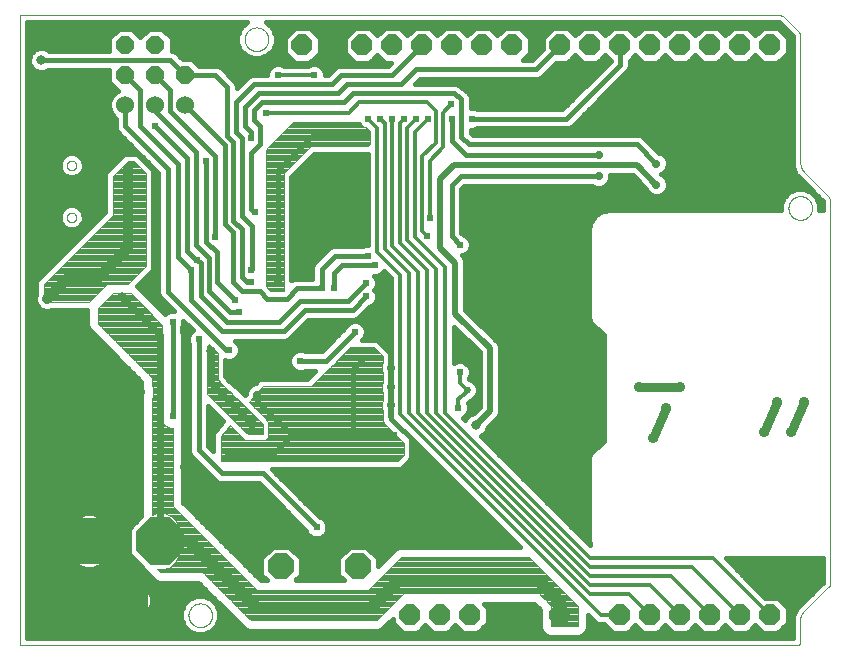
<source format=gbl>
G75*
%MOIN*%
%OFA0B0*%
%FSLAX25Y25*%
%IPPOS*%
%LPD*%
%AMOC8*
5,1,8,0,0,1.08239X$1,22.5*
%
%ADD10C,0.00000*%
%ADD11OC8,0.06102*%
%ADD12OC8,0.15748*%
%ADD13R,0.15748X0.15748*%
%ADD14C,0.07677*%
%ADD15C,0.06000*%
%ADD16OC8,0.07000*%
%ADD17C,0.03150*%
%ADD18C,0.03575*%
%ADD19OC8,0.08500*%
%ADD20C,0.01600*%
%ADD21OC8,0.03169*%
%ADD22OC8,0.02381*%
%ADD23C,0.02381*%
%ADD24C,0.03169*%
%ADD25C,0.01200*%
%ADD26C,0.02775*%
%ADD27C,0.01969*%
%ADD28C,0.02400*%
%ADD29C,0.00394*%
%ADD30C,0.03200*%
%ADD31C,0.02362*%
%ADD32C,0.04000*%
D10*
X0026130Y0004800D02*
X0026130Y0214800D01*
X0279204Y0214800D01*
X0280785Y0214145D02*
X0285716Y0209214D01*
X0286130Y0208214D02*
X0286130Y0165912D01*
X0286132Y0165774D01*
X0286137Y0165636D01*
X0286147Y0165498D01*
X0286160Y0165361D01*
X0286177Y0165224D01*
X0286197Y0165087D01*
X0286221Y0164951D01*
X0286249Y0164816D01*
X0286281Y0164681D01*
X0286316Y0164548D01*
X0286355Y0164415D01*
X0286397Y0164284D01*
X0286443Y0164154D01*
X0286492Y0164025D01*
X0286545Y0163897D01*
X0286601Y0163771D01*
X0286661Y0163646D01*
X0286724Y0163524D01*
X0286790Y0163402D01*
X0286860Y0163283D01*
X0286933Y0163166D01*
X0287009Y0163051D01*
X0287088Y0162937D01*
X0287170Y0162826D01*
X0287255Y0162717D01*
X0287343Y0162611D01*
X0287434Y0162507D01*
X0287527Y0162405D01*
X0287623Y0162306D01*
X0287623Y0162307D02*
X0295204Y0154726D01*
X0296130Y0152490D02*
X0296130Y0025628D01*
X0295544Y0024214D02*
X0287056Y0015726D01*
X0286130Y0013490D02*
X0286130Y0005800D01*
X0286128Y0005740D01*
X0286123Y0005679D01*
X0286114Y0005620D01*
X0286101Y0005561D01*
X0286085Y0005502D01*
X0286065Y0005445D01*
X0286042Y0005390D01*
X0286015Y0005335D01*
X0285986Y0005283D01*
X0285953Y0005232D01*
X0285917Y0005183D01*
X0285879Y0005137D01*
X0285837Y0005093D01*
X0285793Y0005051D01*
X0285747Y0005013D01*
X0285698Y0004977D01*
X0285647Y0004944D01*
X0285595Y0004915D01*
X0285540Y0004888D01*
X0285485Y0004865D01*
X0285428Y0004845D01*
X0285369Y0004829D01*
X0285310Y0004816D01*
X0285251Y0004807D01*
X0285190Y0004802D01*
X0285130Y0004800D01*
X0026130Y0004800D01*
X0082193Y0014800D02*
X0082195Y0014925D01*
X0082201Y0015050D01*
X0082211Y0015174D01*
X0082225Y0015298D01*
X0082242Y0015422D01*
X0082264Y0015545D01*
X0082290Y0015667D01*
X0082319Y0015789D01*
X0082352Y0015909D01*
X0082390Y0016028D01*
X0082430Y0016147D01*
X0082475Y0016263D01*
X0082523Y0016378D01*
X0082575Y0016492D01*
X0082631Y0016604D01*
X0082690Y0016714D01*
X0082752Y0016822D01*
X0082818Y0016929D01*
X0082887Y0017033D01*
X0082960Y0017134D01*
X0083035Y0017234D01*
X0083114Y0017331D01*
X0083196Y0017425D01*
X0083281Y0017517D01*
X0083368Y0017606D01*
X0083459Y0017692D01*
X0083552Y0017775D01*
X0083648Y0017856D01*
X0083746Y0017933D01*
X0083846Y0018007D01*
X0083949Y0018078D01*
X0084054Y0018145D01*
X0084162Y0018210D01*
X0084271Y0018270D01*
X0084382Y0018328D01*
X0084495Y0018381D01*
X0084609Y0018431D01*
X0084725Y0018478D01*
X0084842Y0018520D01*
X0084961Y0018559D01*
X0085081Y0018595D01*
X0085202Y0018626D01*
X0085324Y0018654D01*
X0085446Y0018677D01*
X0085570Y0018697D01*
X0085694Y0018713D01*
X0085818Y0018725D01*
X0085943Y0018733D01*
X0086068Y0018737D01*
X0086192Y0018737D01*
X0086317Y0018733D01*
X0086442Y0018725D01*
X0086566Y0018713D01*
X0086690Y0018697D01*
X0086814Y0018677D01*
X0086936Y0018654D01*
X0087058Y0018626D01*
X0087179Y0018595D01*
X0087299Y0018559D01*
X0087418Y0018520D01*
X0087535Y0018478D01*
X0087651Y0018431D01*
X0087765Y0018381D01*
X0087878Y0018328D01*
X0087989Y0018270D01*
X0088099Y0018210D01*
X0088206Y0018145D01*
X0088311Y0018078D01*
X0088414Y0018007D01*
X0088514Y0017933D01*
X0088612Y0017856D01*
X0088708Y0017775D01*
X0088801Y0017692D01*
X0088892Y0017606D01*
X0088979Y0017517D01*
X0089064Y0017425D01*
X0089146Y0017331D01*
X0089225Y0017234D01*
X0089300Y0017134D01*
X0089373Y0017033D01*
X0089442Y0016929D01*
X0089508Y0016822D01*
X0089570Y0016714D01*
X0089629Y0016604D01*
X0089685Y0016492D01*
X0089737Y0016378D01*
X0089785Y0016263D01*
X0089830Y0016147D01*
X0089870Y0016028D01*
X0089908Y0015909D01*
X0089941Y0015789D01*
X0089970Y0015667D01*
X0089996Y0015545D01*
X0090018Y0015422D01*
X0090035Y0015298D01*
X0090049Y0015174D01*
X0090059Y0015050D01*
X0090065Y0014925D01*
X0090067Y0014800D01*
X0090065Y0014675D01*
X0090059Y0014550D01*
X0090049Y0014426D01*
X0090035Y0014302D01*
X0090018Y0014178D01*
X0089996Y0014055D01*
X0089970Y0013933D01*
X0089941Y0013811D01*
X0089908Y0013691D01*
X0089870Y0013572D01*
X0089830Y0013453D01*
X0089785Y0013337D01*
X0089737Y0013222D01*
X0089685Y0013108D01*
X0089629Y0012996D01*
X0089570Y0012886D01*
X0089508Y0012778D01*
X0089442Y0012671D01*
X0089373Y0012567D01*
X0089300Y0012466D01*
X0089225Y0012366D01*
X0089146Y0012269D01*
X0089064Y0012175D01*
X0088979Y0012083D01*
X0088892Y0011994D01*
X0088801Y0011908D01*
X0088708Y0011825D01*
X0088612Y0011744D01*
X0088514Y0011667D01*
X0088414Y0011593D01*
X0088311Y0011522D01*
X0088206Y0011455D01*
X0088098Y0011390D01*
X0087989Y0011330D01*
X0087878Y0011272D01*
X0087765Y0011219D01*
X0087651Y0011169D01*
X0087535Y0011122D01*
X0087418Y0011080D01*
X0087299Y0011041D01*
X0087179Y0011005D01*
X0087058Y0010974D01*
X0086936Y0010946D01*
X0086814Y0010923D01*
X0086690Y0010903D01*
X0086566Y0010887D01*
X0086442Y0010875D01*
X0086317Y0010867D01*
X0086192Y0010863D01*
X0086068Y0010863D01*
X0085943Y0010867D01*
X0085818Y0010875D01*
X0085694Y0010887D01*
X0085570Y0010903D01*
X0085446Y0010923D01*
X0085324Y0010946D01*
X0085202Y0010974D01*
X0085081Y0011005D01*
X0084961Y0011041D01*
X0084842Y0011080D01*
X0084725Y0011122D01*
X0084609Y0011169D01*
X0084495Y0011219D01*
X0084382Y0011272D01*
X0084271Y0011330D01*
X0084161Y0011390D01*
X0084054Y0011455D01*
X0083949Y0011522D01*
X0083846Y0011593D01*
X0083746Y0011667D01*
X0083648Y0011744D01*
X0083552Y0011825D01*
X0083459Y0011908D01*
X0083368Y0011994D01*
X0083281Y0012083D01*
X0083196Y0012175D01*
X0083114Y0012269D01*
X0083035Y0012366D01*
X0082960Y0012466D01*
X0082887Y0012567D01*
X0082818Y0012671D01*
X0082752Y0012778D01*
X0082690Y0012886D01*
X0082631Y0012996D01*
X0082575Y0013108D01*
X0082523Y0013222D01*
X0082475Y0013337D01*
X0082430Y0013453D01*
X0082390Y0013572D01*
X0082352Y0013691D01*
X0082319Y0013811D01*
X0082290Y0013933D01*
X0082264Y0014055D01*
X0082242Y0014178D01*
X0082225Y0014302D01*
X0082211Y0014426D01*
X0082201Y0014550D01*
X0082195Y0014675D01*
X0082193Y0014800D01*
X0041613Y0147438D02*
X0041615Y0147518D01*
X0041621Y0147597D01*
X0041631Y0147676D01*
X0041645Y0147755D01*
X0041662Y0147833D01*
X0041684Y0147910D01*
X0041709Y0147985D01*
X0041739Y0148059D01*
X0041771Y0148132D01*
X0041808Y0148203D01*
X0041848Y0148272D01*
X0041891Y0148339D01*
X0041938Y0148404D01*
X0041987Y0148466D01*
X0042040Y0148526D01*
X0042096Y0148583D01*
X0042154Y0148638D01*
X0042215Y0148689D01*
X0042279Y0148737D01*
X0042345Y0148782D01*
X0042413Y0148824D01*
X0042483Y0148862D01*
X0042555Y0148896D01*
X0042628Y0148927D01*
X0042703Y0148955D01*
X0042780Y0148978D01*
X0042857Y0148998D01*
X0042935Y0149014D01*
X0043014Y0149026D01*
X0043093Y0149034D01*
X0043173Y0149038D01*
X0043253Y0149038D01*
X0043333Y0149034D01*
X0043412Y0149026D01*
X0043491Y0149014D01*
X0043569Y0148998D01*
X0043646Y0148978D01*
X0043723Y0148955D01*
X0043798Y0148927D01*
X0043871Y0148896D01*
X0043943Y0148862D01*
X0044013Y0148824D01*
X0044081Y0148782D01*
X0044147Y0148737D01*
X0044211Y0148689D01*
X0044272Y0148638D01*
X0044330Y0148583D01*
X0044386Y0148526D01*
X0044439Y0148466D01*
X0044488Y0148404D01*
X0044535Y0148339D01*
X0044578Y0148272D01*
X0044618Y0148203D01*
X0044655Y0148132D01*
X0044687Y0148059D01*
X0044717Y0147985D01*
X0044742Y0147910D01*
X0044764Y0147833D01*
X0044781Y0147755D01*
X0044795Y0147676D01*
X0044805Y0147597D01*
X0044811Y0147518D01*
X0044813Y0147438D01*
X0044811Y0147358D01*
X0044805Y0147279D01*
X0044795Y0147200D01*
X0044781Y0147121D01*
X0044764Y0147043D01*
X0044742Y0146966D01*
X0044717Y0146891D01*
X0044687Y0146817D01*
X0044655Y0146744D01*
X0044618Y0146673D01*
X0044578Y0146604D01*
X0044535Y0146537D01*
X0044488Y0146472D01*
X0044439Y0146410D01*
X0044386Y0146350D01*
X0044330Y0146293D01*
X0044272Y0146238D01*
X0044211Y0146187D01*
X0044147Y0146139D01*
X0044081Y0146094D01*
X0044013Y0146052D01*
X0043943Y0146014D01*
X0043871Y0145980D01*
X0043798Y0145949D01*
X0043723Y0145921D01*
X0043646Y0145898D01*
X0043569Y0145878D01*
X0043491Y0145862D01*
X0043412Y0145850D01*
X0043333Y0145842D01*
X0043253Y0145838D01*
X0043173Y0145838D01*
X0043093Y0145842D01*
X0043014Y0145850D01*
X0042935Y0145862D01*
X0042857Y0145878D01*
X0042780Y0145898D01*
X0042703Y0145921D01*
X0042628Y0145949D01*
X0042555Y0145980D01*
X0042483Y0146014D01*
X0042413Y0146052D01*
X0042345Y0146094D01*
X0042279Y0146139D01*
X0042215Y0146187D01*
X0042154Y0146238D01*
X0042096Y0146293D01*
X0042040Y0146350D01*
X0041987Y0146410D01*
X0041938Y0146472D01*
X0041891Y0146537D01*
X0041848Y0146604D01*
X0041808Y0146673D01*
X0041771Y0146744D01*
X0041739Y0146817D01*
X0041709Y0146891D01*
X0041684Y0146966D01*
X0041662Y0147043D01*
X0041645Y0147121D01*
X0041631Y0147200D01*
X0041621Y0147279D01*
X0041615Y0147358D01*
X0041613Y0147438D01*
X0041613Y0164761D02*
X0041615Y0164841D01*
X0041621Y0164920D01*
X0041631Y0164999D01*
X0041645Y0165078D01*
X0041662Y0165156D01*
X0041684Y0165233D01*
X0041709Y0165308D01*
X0041739Y0165382D01*
X0041771Y0165455D01*
X0041808Y0165526D01*
X0041848Y0165595D01*
X0041891Y0165662D01*
X0041938Y0165727D01*
X0041987Y0165789D01*
X0042040Y0165849D01*
X0042096Y0165906D01*
X0042154Y0165961D01*
X0042215Y0166012D01*
X0042279Y0166060D01*
X0042345Y0166105D01*
X0042413Y0166147D01*
X0042483Y0166185D01*
X0042555Y0166219D01*
X0042628Y0166250D01*
X0042703Y0166278D01*
X0042780Y0166301D01*
X0042857Y0166321D01*
X0042935Y0166337D01*
X0043014Y0166349D01*
X0043093Y0166357D01*
X0043173Y0166361D01*
X0043253Y0166361D01*
X0043333Y0166357D01*
X0043412Y0166349D01*
X0043491Y0166337D01*
X0043569Y0166321D01*
X0043646Y0166301D01*
X0043723Y0166278D01*
X0043798Y0166250D01*
X0043871Y0166219D01*
X0043943Y0166185D01*
X0044013Y0166147D01*
X0044081Y0166105D01*
X0044147Y0166060D01*
X0044211Y0166012D01*
X0044272Y0165961D01*
X0044330Y0165906D01*
X0044386Y0165849D01*
X0044439Y0165789D01*
X0044488Y0165727D01*
X0044535Y0165662D01*
X0044578Y0165595D01*
X0044618Y0165526D01*
X0044655Y0165455D01*
X0044687Y0165382D01*
X0044717Y0165308D01*
X0044742Y0165233D01*
X0044764Y0165156D01*
X0044781Y0165078D01*
X0044795Y0164999D01*
X0044805Y0164920D01*
X0044811Y0164841D01*
X0044813Y0164761D01*
X0044811Y0164681D01*
X0044805Y0164602D01*
X0044795Y0164523D01*
X0044781Y0164444D01*
X0044764Y0164366D01*
X0044742Y0164289D01*
X0044717Y0164214D01*
X0044687Y0164140D01*
X0044655Y0164067D01*
X0044618Y0163996D01*
X0044578Y0163927D01*
X0044535Y0163860D01*
X0044488Y0163795D01*
X0044439Y0163733D01*
X0044386Y0163673D01*
X0044330Y0163616D01*
X0044272Y0163561D01*
X0044211Y0163510D01*
X0044147Y0163462D01*
X0044081Y0163417D01*
X0044013Y0163375D01*
X0043943Y0163337D01*
X0043871Y0163303D01*
X0043798Y0163272D01*
X0043723Y0163244D01*
X0043646Y0163221D01*
X0043569Y0163201D01*
X0043491Y0163185D01*
X0043412Y0163173D01*
X0043333Y0163165D01*
X0043253Y0163161D01*
X0043173Y0163161D01*
X0043093Y0163165D01*
X0043014Y0163173D01*
X0042935Y0163185D01*
X0042857Y0163201D01*
X0042780Y0163221D01*
X0042703Y0163244D01*
X0042628Y0163272D01*
X0042555Y0163303D01*
X0042483Y0163337D01*
X0042413Y0163375D01*
X0042345Y0163417D01*
X0042279Y0163462D01*
X0042215Y0163510D01*
X0042154Y0163561D01*
X0042096Y0163616D01*
X0042040Y0163673D01*
X0041987Y0163733D01*
X0041938Y0163795D01*
X0041891Y0163860D01*
X0041848Y0163927D01*
X0041808Y0163996D01*
X0041771Y0164067D01*
X0041739Y0164140D01*
X0041709Y0164214D01*
X0041684Y0164289D01*
X0041662Y0164366D01*
X0041645Y0164444D01*
X0041631Y0164523D01*
X0041621Y0164602D01*
X0041615Y0164681D01*
X0041613Y0164761D01*
X0100943Y0206800D02*
X0100945Y0206925D01*
X0100951Y0207050D01*
X0100961Y0207174D01*
X0100975Y0207298D01*
X0100992Y0207422D01*
X0101014Y0207545D01*
X0101040Y0207667D01*
X0101069Y0207789D01*
X0101102Y0207909D01*
X0101140Y0208028D01*
X0101180Y0208147D01*
X0101225Y0208263D01*
X0101273Y0208378D01*
X0101325Y0208492D01*
X0101381Y0208604D01*
X0101440Y0208714D01*
X0101502Y0208822D01*
X0101568Y0208929D01*
X0101637Y0209033D01*
X0101710Y0209134D01*
X0101785Y0209234D01*
X0101864Y0209331D01*
X0101946Y0209425D01*
X0102031Y0209517D01*
X0102118Y0209606D01*
X0102209Y0209692D01*
X0102302Y0209775D01*
X0102398Y0209856D01*
X0102496Y0209933D01*
X0102596Y0210007D01*
X0102699Y0210078D01*
X0102804Y0210145D01*
X0102912Y0210210D01*
X0103021Y0210270D01*
X0103132Y0210328D01*
X0103245Y0210381D01*
X0103359Y0210431D01*
X0103475Y0210478D01*
X0103592Y0210520D01*
X0103711Y0210559D01*
X0103831Y0210595D01*
X0103952Y0210626D01*
X0104074Y0210654D01*
X0104196Y0210677D01*
X0104320Y0210697D01*
X0104444Y0210713D01*
X0104568Y0210725D01*
X0104693Y0210733D01*
X0104818Y0210737D01*
X0104942Y0210737D01*
X0105067Y0210733D01*
X0105192Y0210725D01*
X0105316Y0210713D01*
X0105440Y0210697D01*
X0105564Y0210677D01*
X0105686Y0210654D01*
X0105808Y0210626D01*
X0105929Y0210595D01*
X0106049Y0210559D01*
X0106168Y0210520D01*
X0106285Y0210478D01*
X0106401Y0210431D01*
X0106515Y0210381D01*
X0106628Y0210328D01*
X0106739Y0210270D01*
X0106849Y0210210D01*
X0106956Y0210145D01*
X0107061Y0210078D01*
X0107164Y0210007D01*
X0107264Y0209933D01*
X0107362Y0209856D01*
X0107458Y0209775D01*
X0107551Y0209692D01*
X0107642Y0209606D01*
X0107729Y0209517D01*
X0107814Y0209425D01*
X0107896Y0209331D01*
X0107975Y0209234D01*
X0108050Y0209134D01*
X0108123Y0209033D01*
X0108192Y0208929D01*
X0108258Y0208822D01*
X0108320Y0208714D01*
X0108379Y0208604D01*
X0108435Y0208492D01*
X0108487Y0208378D01*
X0108535Y0208263D01*
X0108580Y0208147D01*
X0108620Y0208028D01*
X0108658Y0207909D01*
X0108691Y0207789D01*
X0108720Y0207667D01*
X0108746Y0207545D01*
X0108768Y0207422D01*
X0108785Y0207298D01*
X0108799Y0207174D01*
X0108809Y0207050D01*
X0108815Y0206925D01*
X0108817Y0206800D01*
X0108815Y0206675D01*
X0108809Y0206550D01*
X0108799Y0206426D01*
X0108785Y0206302D01*
X0108768Y0206178D01*
X0108746Y0206055D01*
X0108720Y0205933D01*
X0108691Y0205811D01*
X0108658Y0205691D01*
X0108620Y0205572D01*
X0108580Y0205453D01*
X0108535Y0205337D01*
X0108487Y0205222D01*
X0108435Y0205108D01*
X0108379Y0204996D01*
X0108320Y0204886D01*
X0108258Y0204778D01*
X0108192Y0204671D01*
X0108123Y0204567D01*
X0108050Y0204466D01*
X0107975Y0204366D01*
X0107896Y0204269D01*
X0107814Y0204175D01*
X0107729Y0204083D01*
X0107642Y0203994D01*
X0107551Y0203908D01*
X0107458Y0203825D01*
X0107362Y0203744D01*
X0107264Y0203667D01*
X0107164Y0203593D01*
X0107061Y0203522D01*
X0106956Y0203455D01*
X0106848Y0203390D01*
X0106739Y0203330D01*
X0106628Y0203272D01*
X0106515Y0203219D01*
X0106401Y0203169D01*
X0106285Y0203122D01*
X0106168Y0203080D01*
X0106049Y0203041D01*
X0105929Y0203005D01*
X0105808Y0202974D01*
X0105686Y0202946D01*
X0105564Y0202923D01*
X0105440Y0202903D01*
X0105316Y0202887D01*
X0105192Y0202875D01*
X0105067Y0202867D01*
X0104942Y0202863D01*
X0104818Y0202863D01*
X0104693Y0202867D01*
X0104568Y0202875D01*
X0104444Y0202887D01*
X0104320Y0202903D01*
X0104196Y0202923D01*
X0104074Y0202946D01*
X0103952Y0202974D01*
X0103831Y0203005D01*
X0103711Y0203041D01*
X0103592Y0203080D01*
X0103475Y0203122D01*
X0103359Y0203169D01*
X0103245Y0203219D01*
X0103132Y0203272D01*
X0103021Y0203330D01*
X0102911Y0203390D01*
X0102804Y0203455D01*
X0102699Y0203522D01*
X0102596Y0203593D01*
X0102496Y0203667D01*
X0102398Y0203744D01*
X0102302Y0203825D01*
X0102209Y0203908D01*
X0102118Y0203994D01*
X0102031Y0204083D01*
X0101946Y0204175D01*
X0101864Y0204269D01*
X0101785Y0204366D01*
X0101710Y0204466D01*
X0101637Y0204567D01*
X0101568Y0204671D01*
X0101502Y0204778D01*
X0101440Y0204886D01*
X0101381Y0204996D01*
X0101325Y0205108D01*
X0101273Y0205222D01*
X0101225Y0205337D01*
X0101180Y0205453D01*
X0101140Y0205572D01*
X0101102Y0205691D01*
X0101069Y0205811D01*
X0101040Y0205933D01*
X0101014Y0206055D01*
X0100992Y0206178D01*
X0100975Y0206302D01*
X0100961Y0206426D01*
X0100951Y0206550D01*
X0100945Y0206675D01*
X0100943Y0206800D01*
X0279204Y0214800D02*
X0279296Y0214798D01*
X0279389Y0214792D01*
X0279481Y0214783D01*
X0279572Y0214770D01*
X0279663Y0214752D01*
X0279753Y0214732D01*
X0279842Y0214707D01*
X0279930Y0214679D01*
X0280017Y0214647D01*
X0280102Y0214612D01*
X0280186Y0214573D01*
X0280268Y0214531D01*
X0280349Y0214485D01*
X0280427Y0214436D01*
X0280503Y0214384D01*
X0280577Y0214329D01*
X0280649Y0214270D01*
X0280718Y0214209D01*
X0280785Y0214145D01*
X0285716Y0209214D02*
X0285767Y0209160D01*
X0285815Y0209104D01*
X0285860Y0209045D01*
X0285902Y0208984D01*
X0285941Y0208921D01*
X0285976Y0208856D01*
X0286008Y0208789D01*
X0286036Y0208721D01*
X0286061Y0208651D01*
X0286082Y0208580D01*
X0286099Y0208508D01*
X0286113Y0208435D01*
X0286122Y0208362D01*
X0286128Y0208288D01*
X0286130Y0208214D01*
X0295204Y0154726D02*
X0295279Y0154648D01*
X0295351Y0154568D01*
X0295421Y0154485D01*
X0295487Y0154401D01*
X0295551Y0154313D01*
X0295612Y0154224D01*
X0295670Y0154133D01*
X0295724Y0154040D01*
X0295775Y0153945D01*
X0295824Y0153848D01*
X0295868Y0153750D01*
X0295910Y0153650D01*
X0295947Y0153549D01*
X0295982Y0153447D01*
X0296013Y0153343D01*
X0296040Y0153239D01*
X0296064Y0153133D01*
X0296084Y0153027D01*
X0296101Y0152921D01*
X0296113Y0152813D01*
X0296123Y0152706D01*
X0296128Y0152598D01*
X0296130Y0152490D01*
X0282193Y0150550D02*
X0282195Y0150675D01*
X0282201Y0150800D01*
X0282211Y0150924D01*
X0282225Y0151048D01*
X0282242Y0151172D01*
X0282264Y0151295D01*
X0282290Y0151417D01*
X0282319Y0151539D01*
X0282352Y0151659D01*
X0282390Y0151778D01*
X0282430Y0151897D01*
X0282475Y0152013D01*
X0282523Y0152128D01*
X0282575Y0152242D01*
X0282631Y0152354D01*
X0282690Y0152464D01*
X0282752Y0152572D01*
X0282818Y0152679D01*
X0282887Y0152783D01*
X0282960Y0152884D01*
X0283035Y0152984D01*
X0283114Y0153081D01*
X0283196Y0153175D01*
X0283281Y0153267D01*
X0283368Y0153356D01*
X0283459Y0153442D01*
X0283552Y0153525D01*
X0283648Y0153606D01*
X0283746Y0153683D01*
X0283846Y0153757D01*
X0283949Y0153828D01*
X0284054Y0153895D01*
X0284162Y0153960D01*
X0284271Y0154020D01*
X0284382Y0154078D01*
X0284495Y0154131D01*
X0284609Y0154181D01*
X0284725Y0154228D01*
X0284842Y0154270D01*
X0284961Y0154309D01*
X0285081Y0154345D01*
X0285202Y0154376D01*
X0285324Y0154404D01*
X0285446Y0154427D01*
X0285570Y0154447D01*
X0285694Y0154463D01*
X0285818Y0154475D01*
X0285943Y0154483D01*
X0286068Y0154487D01*
X0286192Y0154487D01*
X0286317Y0154483D01*
X0286442Y0154475D01*
X0286566Y0154463D01*
X0286690Y0154447D01*
X0286814Y0154427D01*
X0286936Y0154404D01*
X0287058Y0154376D01*
X0287179Y0154345D01*
X0287299Y0154309D01*
X0287418Y0154270D01*
X0287535Y0154228D01*
X0287651Y0154181D01*
X0287765Y0154131D01*
X0287878Y0154078D01*
X0287989Y0154020D01*
X0288099Y0153960D01*
X0288206Y0153895D01*
X0288311Y0153828D01*
X0288414Y0153757D01*
X0288514Y0153683D01*
X0288612Y0153606D01*
X0288708Y0153525D01*
X0288801Y0153442D01*
X0288892Y0153356D01*
X0288979Y0153267D01*
X0289064Y0153175D01*
X0289146Y0153081D01*
X0289225Y0152984D01*
X0289300Y0152884D01*
X0289373Y0152783D01*
X0289442Y0152679D01*
X0289508Y0152572D01*
X0289570Y0152464D01*
X0289629Y0152354D01*
X0289685Y0152242D01*
X0289737Y0152128D01*
X0289785Y0152013D01*
X0289830Y0151897D01*
X0289870Y0151778D01*
X0289908Y0151659D01*
X0289941Y0151539D01*
X0289970Y0151417D01*
X0289996Y0151295D01*
X0290018Y0151172D01*
X0290035Y0151048D01*
X0290049Y0150924D01*
X0290059Y0150800D01*
X0290065Y0150675D01*
X0290067Y0150550D01*
X0290065Y0150425D01*
X0290059Y0150300D01*
X0290049Y0150176D01*
X0290035Y0150052D01*
X0290018Y0149928D01*
X0289996Y0149805D01*
X0289970Y0149683D01*
X0289941Y0149561D01*
X0289908Y0149441D01*
X0289870Y0149322D01*
X0289830Y0149203D01*
X0289785Y0149087D01*
X0289737Y0148972D01*
X0289685Y0148858D01*
X0289629Y0148746D01*
X0289570Y0148636D01*
X0289508Y0148528D01*
X0289442Y0148421D01*
X0289373Y0148317D01*
X0289300Y0148216D01*
X0289225Y0148116D01*
X0289146Y0148019D01*
X0289064Y0147925D01*
X0288979Y0147833D01*
X0288892Y0147744D01*
X0288801Y0147658D01*
X0288708Y0147575D01*
X0288612Y0147494D01*
X0288514Y0147417D01*
X0288414Y0147343D01*
X0288311Y0147272D01*
X0288206Y0147205D01*
X0288098Y0147140D01*
X0287989Y0147080D01*
X0287878Y0147022D01*
X0287765Y0146969D01*
X0287651Y0146919D01*
X0287535Y0146872D01*
X0287418Y0146830D01*
X0287299Y0146791D01*
X0287179Y0146755D01*
X0287058Y0146724D01*
X0286936Y0146696D01*
X0286814Y0146673D01*
X0286690Y0146653D01*
X0286566Y0146637D01*
X0286442Y0146625D01*
X0286317Y0146617D01*
X0286192Y0146613D01*
X0286068Y0146613D01*
X0285943Y0146617D01*
X0285818Y0146625D01*
X0285694Y0146637D01*
X0285570Y0146653D01*
X0285446Y0146673D01*
X0285324Y0146696D01*
X0285202Y0146724D01*
X0285081Y0146755D01*
X0284961Y0146791D01*
X0284842Y0146830D01*
X0284725Y0146872D01*
X0284609Y0146919D01*
X0284495Y0146969D01*
X0284382Y0147022D01*
X0284271Y0147080D01*
X0284161Y0147140D01*
X0284054Y0147205D01*
X0283949Y0147272D01*
X0283846Y0147343D01*
X0283746Y0147417D01*
X0283648Y0147494D01*
X0283552Y0147575D01*
X0283459Y0147658D01*
X0283368Y0147744D01*
X0283281Y0147833D01*
X0283196Y0147925D01*
X0283114Y0148019D01*
X0283035Y0148116D01*
X0282960Y0148216D01*
X0282887Y0148317D01*
X0282818Y0148421D01*
X0282752Y0148528D01*
X0282690Y0148636D01*
X0282631Y0148746D01*
X0282575Y0148858D01*
X0282523Y0148972D01*
X0282475Y0149087D01*
X0282430Y0149203D01*
X0282390Y0149322D01*
X0282352Y0149441D01*
X0282319Y0149561D01*
X0282290Y0149683D01*
X0282264Y0149805D01*
X0282242Y0149928D01*
X0282225Y0150052D01*
X0282211Y0150176D01*
X0282201Y0150300D01*
X0282195Y0150425D01*
X0282193Y0150550D01*
X0296130Y0025628D02*
X0296128Y0025541D01*
X0296122Y0025454D01*
X0296113Y0025367D01*
X0296100Y0025281D01*
X0296083Y0025195D01*
X0296062Y0025110D01*
X0296037Y0025027D01*
X0296009Y0024944D01*
X0295978Y0024863D01*
X0295943Y0024783D01*
X0295904Y0024705D01*
X0295862Y0024628D01*
X0295817Y0024553D01*
X0295768Y0024481D01*
X0295717Y0024410D01*
X0295662Y0024342D01*
X0295605Y0024277D01*
X0295544Y0024214D01*
X0287056Y0015726D02*
X0286981Y0015648D01*
X0286909Y0015568D01*
X0286839Y0015485D01*
X0286773Y0015401D01*
X0286709Y0015313D01*
X0286648Y0015224D01*
X0286590Y0015133D01*
X0286536Y0015040D01*
X0286485Y0014945D01*
X0286436Y0014848D01*
X0286392Y0014750D01*
X0286350Y0014650D01*
X0286313Y0014549D01*
X0286278Y0014447D01*
X0286247Y0014343D01*
X0286220Y0014239D01*
X0286196Y0014133D01*
X0286176Y0014027D01*
X0286159Y0013921D01*
X0286147Y0013813D01*
X0286137Y0013706D01*
X0286132Y0013598D01*
X0286130Y0013490D01*
D11*
X0081177Y0194800D03*
X0071177Y0194800D03*
X0061177Y0194800D03*
X0061177Y0204800D03*
X0071177Y0204800D03*
X0081177Y0204800D03*
D12*
X0072630Y0039500D03*
X0060830Y0019800D03*
D13*
X0049030Y0039500D03*
D14*
X0049030Y0036500D03*
X0049030Y0042500D03*
X0072630Y0042500D03*
X0072630Y0036500D03*
X0063830Y0019800D03*
X0057830Y0019800D03*
D15*
X0061177Y0184800D03*
X0071177Y0184800D03*
X0081177Y0184800D03*
D16*
X0120130Y0204800D03*
X0130130Y0204800D03*
X0140130Y0204800D03*
X0150130Y0204800D03*
X0160130Y0204800D03*
X0170130Y0204800D03*
X0180130Y0204800D03*
X0190130Y0204800D03*
X0206130Y0204800D03*
X0216130Y0204800D03*
X0226130Y0204800D03*
X0236130Y0204800D03*
X0246130Y0204800D03*
X0256130Y0204800D03*
X0266130Y0204800D03*
X0276130Y0204800D03*
X0276130Y0014800D03*
X0266130Y0014800D03*
X0256130Y0014800D03*
X0246130Y0014800D03*
X0236130Y0014800D03*
X0226130Y0014800D03*
X0206130Y0014800D03*
X0196130Y0014800D03*
X0186130Y0014800D03*
X0176130Y0014800D03*
X0166130Y0014800D03*
X0156130Y0014800D03*
D17*
X0236947Y0073989D02*
X0241447Y0083989D01*
X0246069Y0090800D02*
X0232289Y0090800D01*
X0273947Y0075957D02*
X0278447Y0085957D01*
X0287447Y0085957D02*
X0282947Y0075957D01*
D18*
X0282947Y0075957D03*
X0273947Y0075957D03*
X0278447Y0085957D03*
X0287447Y0085957D03*
X0246069Y0090800D03*
X0241447Y0083989D03*
X0232289Y0090800D03*
X0236947Y0073989D03*
D19*
X0138680Y0031050D03*
X0113080Y0031050D03*
D20*
X0117881Y0026447D02*
X0119730Y0028295D01*
X0119730Y0033805D01*
X0115834Y0037700D01*
X0110325Y0037700D01*
X0106430Y0033805D01*
X0106430Y0028295D01*
X0108279Y0026447D01*
X0106287Y0026447D01*
X0080277Y0052457D01*
X0080277Y0079868D01*
X0080471Y0080336D01*
X0080471Y0081764D01*
X0080277Y0082232D01*
X0080277Y0108726D01*
X0080080Y0109201D01*
X0080080Y0110893D01*
X0080471Y0111836D01*
X0080471Y0112934D01*
X0083578Y0109826D01*
X0082586Y0108834D01*
X0082039Y0107514D01*
X0082039Y0106086D01*
X0082430Y0105143D01*
X0082430Y0069163D01*
X0082917Y0067987D01*
X0090667Y0060237D01*
X0091567Y0059337D01*
X0092743Y0058850D01*
X0105555Y0058850D01*
X0121446Y0042959D01*
X0121836Y0042016D01*
X0122846Y0041006D01*
X0124166Y0040459D01*
X0125594Y0040459D01*
X0126914Y0041006D01*
X0127924Y0042016D01*
X0128471Y0043336D01*
X0128471Y0044764D01*
X0127924Y0046084D01*
X0126914Y0047094D01*
X0125971Y0047484D01*
X0110002Y0063453D01*
X0152397Y0063453D01*
X0153351Y0063848D01*
X0154081Y0064579D01*
X0156081Y0066579D01*
X0156477Y0067533D01*
X0156477Y0073567D01*
X0156375Y0073812D01*
X0192741Y0037447D01*
X0152204Y0037447D01*
X0150956Y0036930D01*
X0150000Y0035974D01*
X0145330Y0031304D01*
X0145330Y0033805D01*
X0141434Y0037700D01*
X0135925Y0037700D01*
X0132030Y0033805D01*
X0132030Y0028295D01*
X0133879Y0026447D01*
X0117881Y0026447D01*
X0118209Y0026775D02*
X0133551Y0026775D01*
X0132030Y0028373D02*
X0119730Y0028373D01*
X0119730Y0029972D02*
X0132030Y0029972D01*
X0132030Y0031570D02*
X0119730Y0031570D01*
X0119730Y0033169D02*
X0132030Y0033169D01*
X0132993Y0034767D02*
X0118767Y0034767D01*
X0117169Y0036366D02*
X0134591Y0036366D01*
X0127069Y0041161D02*
X0189026Y0041161D01*
X0190625Y0039563D02*
X0093171Y0039563D01*
X0091573Y0041161D02*
X0122691Y0041161D01*
X0121528Y0042760D02*
X0089974Y0042760D01*
X0088376Y0044358D02*
X0120046Y0044358D01*
X0118448Y0045957D02*
X0086777Y0045957D01*
X0085179Y0047555D02*
X0116849Y0047555D01*
X0115251Y0049154D02*
X0083580Y0049154D01*
X0081982Y0050752D02*
X0113652Y0050752D01*
X0112054Y0052351D02*
X0080383Y0052351D01*
X0080277Y0053949D02*
X0110455Y0053949D01*
X0108857Y0055548D02*
X0080277Y0055548D01*
X0080277Y0057146D02*
X0107258Y0057146D01*
X0105660Y0058745D02*
X0080277Y0058745D01*
X0080277Y0060343D02*
X0090561Y0060343D01*
X0090667Y0060237D02*
X0090667Y0060237D01*
X0088963Y0061942D02*
X0080277Y0061942D01*
X0080277Y0063540D02*
X0087364Y0063540D01*
X0085766Y0065139D02*
X0080277Y0065139D01*
X0080277Y0066737D02*
X0084167Y0066737D01*
X0082773Y0068336D02*
X0080277Y0068336D01*
X0080277Y0069934D02*
X0082430Y0069934D01*
X0082430Y0071533D02*
X0080277Y0071533D01*
X0080277Y0073131D02*
X0082430Y0073131D01*
X0082430Y0074730D02*
X0080277Y0074730D01*
X0080277Y0076328D02*
X0082430Y0076328D01*
X0082430Y0077927D02*
X0080277Y0077927D01*
X0080277Y0079525D02*
X0082430Y0079525D01*
X0082430Y0081124D02*
X0080471Y0081124D01*
X0080277Y0082722D02*
X0082430Y0082722D01*
X0082430Y0084321D02*
X0080277Y0084321D01*
X0080277Y0085920D02*
X0082430Y0085920D01*
X0082430Y0087518D02*
X0080277Y0087518D01*
X0080277Y0089117D02*
X0082430Y0089117D01*
X0082430Y0090715D02*
X0080277Y0090715D01*
X0080277Y0092314D02*
X0082430Y0092314D01*
X0082430Y0093912D02*
X0080277Y0093912D01*
X0080277Y0095511D02*
X0082430Y0095511D01*
X0082430Y0097109D02*
X0080277Y0097109D01*
X0080277Y0098708D02*
X0082430Y0098708D01*
X0082430Y0100306D02*
X0080277Y0100306D01*
X0080277Y0101905D02*
X0082430Y0101905D01*
X0082430Y0103503D02*
X0080277Y0103503D01*
X0080277Y0105102D02*
X0082430Y0105102D01*
X0082039Y0106700D02*
X0080277Y0106700D01*
X0080277Y0108299D02*
X0082364Y0108299D01*
X0083507Y0109897D02*
X0080080Y0109897D01*
X0080330Y0111496D02*
X0081909Y0111496D01*
X0076880Y0112550D02*
X0076880Y0081050D01*
X0066483Y0081124D02*
X0028530Y0081124D01*
X0028530Y0082722D02*
X0066483Y0082722D01*
X0066483Y0084321D02*
X0028530Y0084321D01*
X0028530Y0085920D02*
X0066483Y0085920D01*
X0066483Y0087518D02*
X0028530Y0087518D01*
X0028530Y0089117D02*
X0066483Y0089117D01*
X0066483Y0090715D02*
X0028530Y0090715D01*
X0028530Y0092314D02*
X0066483Y0092314D01*
X0066483Y0092643D02*
X0066483Y0047883D01*
X0062356Y0043756D01*
X0062356Y0035244D01*
X0066665Y0030935D01*
X0067000Y0030126D01*
X0070956Y0026170D01*
X0072204Y0025653D01*
X0085473Y0025653D01*
X0100956Y0010170D01*
X0102204Y0009653D01*
X0145556Y0009653D01*
X0146804Y0010170D01*
X0147760Y0011126D01*
X0150230Y0013596D01*
X0150230Y0012356D01*
X0153686Y0008900D01*
X0158574Y0008900D01*
X0161130Y0011456D01*
X0163686Y0008900D01*
X0168574Y0008900D01*
X0171130Y0011456D01*
X0173686Y0008900D01*
X0178574Y0008900D01*
X0182030Y0012356D01*
X0182030Y0017244D01*
X0180621Y0018653D01*
X0197473Y0018653D01*
X0199483Y0016643D01*
X0199483Y0010374D01*
X0200000Y0009126D01*
X0200956Y0008170D01*
X0202204Y0007653D01*
X0212556Y0007653D01*
X0213804Y0008170D01*
X0214760Y0009126D01*
X0215277Y0010374D01*
X0215277Y0014911D01*
X0217931Y0012257D01*
X0219033Y0011800D01*
X0220786Y0011800D01*
X0223686Y0008900D01*
X0228574Y0008900D01*
X0231130Y0011456D01*
X0233686Y0008900D01*
X0238574Y0008900D01*
X0241130Y0011456D01*
X0243686Y0008900D01*
X0248574Y0008900D01*
X0251130Y0011456D01*
X0253686Y0008900D01*
X0258574Y0008900D01*
X0261130Y0011456D01*
X0263686Y0008900D01*
X0268574Y0008900D01*
X0271130Y0011456D01*
X0273686Y0008900D01*
X0278574Y0008900D01*
X0282030Y0012356D01*
X0282030Y0017244D01*
X0278574Y0020700D01*
X0274473Y0020700D01*
X0261373Y0033800D01*
X0293730Y0033800D01*
X0293730Y0025794D01*
X0293611Y0025676D01*
X0293510Y0025574D01*
X0285022Y0017086D01*
X0284577Y0016641D01*
X0283730Y0014597D01*
X0283730Y0007200D01*
X0028530Y0007200D01*
X0028530Y0212400D01*
X0101840Y0212400D01*
X0101290Y0212172D01*
X0099508Y0210390D01*
X0098543Y0208061D01*
X0098543Y0205539D01*
X0099508Y0203210D01*
X0101290Y0201428D01*
X0103619Y0200463D01*
X0106141Y0200463D01*
X0108470Y0201428D01*
X0110252Y0203210D01*
X0111217Y0205539D01*
X0111217Y0208061D01*
X0110252Y0210390D01*
X0108470Y0212172D01*
X0107920Y0212400D01*
X0279136Y0212400D01*
X0279425Y0212110D01*
X0283681Y0207855D01*
X0283681Y0207855D01*
X0283730Y0207806D01*
X0283730Y0164420D01*
X0284872Y0161664D01*
X0285589Y0160947D01*
X0286026Y0160510D01*
X0286264Y0160272D01*
X0293507Y0153029D01*
X0293602Y0152914D01*
X0293715Y0152639D01*
X0293730Y0152490D01*
X0293730Y0149800D01*
X0292467Y0149800D01*
X0292467Y0151811D01*
X0291502Y0154140D01*
X0289720Y0155922D01*
X0287391Y0156887D01*
X0284869Y0156887D01*
X0282540Y0155922D01*
X0280758Y0154140D01*
X0279793Y0151811D01*
X0279793Y0149800D01*
X0223029Y0149800D01*
X0222900Y0149841D01*
X0222436Y0149800D01*
X0221970Y0149800D01*
X0221887Y0149766D01*
X0221683Y0149792D01*
X0221360Y0149706D01*
X0221027Y0149677D01*
X0220790Y0149553D01*
X0220761Y0149545D01*
X0220493Y0149534D01*
X0220191Y0149392D01*
X0219868Y0149306D01*
X0219655Y0149143D01*
X0219628Y0149130D01*
X0219367Y0149072D01*
X0219093Y0148880D01*
X0218790Y0148739D01*
X0218609Y0148542D01*
X0218585Y0148525D01*
X0218337Y0148422D01*
X0218101Y0148186D01*
X0217827Y0147994D01*
X0217683Y0147768D01*
X0217662Y0147747D01*
X0217436Y0147603D01*
X0217244Y0147329D01*
X0217008Y0147093D01*
X0216905Y0146845D01*
X0216888Y0146821D01*
X0216691Y0146640D01*
X0216549Y0146337D01*
X0216358Y0146063D01*
X0216300Y0145802D01*
X0216287Y0145775D01*
X0216124Y0145562D01*
X0216038Y0145239D01*
X0215896Y0144937D01*
X0215885Y0144669D01*
X0215877Y0144640D01*
X0215753Y0144403D01*
X0215724Y0144070D01*
X0215638Y0143747D01*
X0215664Y0143543D01*
X0215630Y0143460D01*
X0215630Y0142994D01*
X0215589Y0142530D01*
X0215630Y0142401D01*
X0215630Y0113703D01*
X0216087Y0112601D01*
X0220630Y0108057D01*
X0220630Y0073043D01*
X0216087Y0068499D01*
X0215630Y0067397D01*
X0215630Y0041199D01*
X0215589Y0041070D01*
X0215630Y0040606D01*
X0215630Y0040140D01*
X0215664Y0040057D01*
X0215638Y0039853D01*
X0215724Y0039530D01*
X0215753Y0039197D01*
X0215877Y0038960D01*
X0215885Y0038931D01*
X0215896Y0038663D01*
X0216038Y0038361D01*
X0216120Y0038053D01*
X0179583Y0074589D01*
X0180387Y0074922D01*
X0181508Y0076043D01*
X0182108Y0077492D01*
X0185499Y0080883D01*
X0186014Y0082127D01*
X0186014Y0104473D01*
X0185499Y0105717D01*
X0184547Y0106669D01*
X0174514Y0116702D01*
X0174514Y0132973D01*
X0173999Y0134217D01*
X0173459Y0134757D01*
X0174664Y0135256D01*
X0175674Y0136266D01*
X0176221Y0137586D01*
X0176221Y0139014D01*
X0175674Y0140334D01*
X0174664Y0141344D01*
X0173721Y0141734D01*
X0173080Y0142375D01*
X0173080Y0156725D01*
X0174205Y0157850D01*
X0216724Y0157850D01*
X0216735Y0157839D01*
X0218127Y0157263D01*
X0219633Y0157263D01*
X0221025Y0157839D01*
X0222091Y0158905D01*
X0222667Y0160297D01*
X0222667Y0161416D01*
X0230228Y0161416D01*
X0234516Y0157128D01*
X0234919Y0156155D01*
X0235985Y0155089D01*
X0237377Y0154513D01*
X0238883Y0154513D01*
X0240275Y0155089D01*
X0241341Y0156155D01*
X0241917Y0157547D01*
X0241917Y0159053D01*
X0241341Y0160445D01*
X0240275Y0161511D01*
X0239577Y0161800D01*
X0240275Y0162089D01*
X0241341Y0163155D01*
X0241917Y0164547D01*
X0241917Y0166053D01*
X0241341Y0167445D01*
X0240275Y0168511D01*
X0238883Y0169087D01*
X0238868Y0169087D01*
X0233443Y0174513D01*
X0232267Y0175000D01*
X0176955Y0175000D01*
X0176330Y0175625D01*
X0176330Y0176709D01*
X0177344Y0176709D01*
X0178287Y0177100D01*
X0208767Y0177100D01*
X0209943Y0177587D01*
X0228843Y0196487D01*
X0229330Y0197663D01*
X0229330Y0199656D01*
X0231130Y0201456D01*
X0233686Y0198900D01*
X0238574Y0198900D01*
X0241130Y0201456D01*
X0243686Y0198900D01*
X0248574Y0198900D01*
X0251130Y0201456D01*
X0253686Y0198900D01*
X0258574Y0198900D01*
X0261130Y0201456D01*
X0263686Y0198900D01*
X0268574Y0198900D01*
X0271130Y0201456D01*
X0273686Y0198900D01*
X0278574Y0198900D01*
X0282030Y0202356D01*
X0282030Y0207244D01*
X0278574Y0210700D01*
X0273686Y0210700D01*
X0271130Y0208144D01*
X0268574Y0210700D01*
X0263686Y0210700D01*
X0261130Y0208144D01*
X0258574Y0210700D01*
X0253686Y0210700D01*
X0251130Y0208144D01*
X0248574Y0210700D01*
X0243686Y0210700D01*
X0241130Y0208144D01*
X0238574Y0210700D01*
X0233686Y0210700D01*
X0231130Y0208144D01*
X0228574Y0210700D01*
X0223686Y0210700D01*
X0221130Y0208144D01*
X0218574Y0210700D01*
X0213686Y0210700D01*
X0211130Y0208144D01*
X0208574Y0210700D01*
X0203686Y0210700D01*
X0200230Y0207244D01*
X0200230Y0203425D01*
X0196805Y0200000D01*
X0193674Y0200000D01*
X0196030Y0202356D01*
X0196030Y0207244D01*
X0192574Y0210700D01*
X0187686Y0210700D01*
X0185130Y0208144D01*
X0182574Y0210700D01*
X0177686Y0210700D01*
X0175130Y0208144D01*
X0172574Y0210700D01*
X0167686Y0210700D01*
X0165130Y0208144D01*
X0162574Y0210700D01*
X0157686Y0210700D01*
X0155130Y0208144D01*
X0152574Y0210700D01*
X0147686Y0210700D01*
X0145130Y0208144D01*
X0142574Y0210700D01*
X0137686Y0210700D01*
X0134230Y0207244D01*
X0134230Y0202356D01*
X0137686Y0198900D01*
X0142574Y0198900D01*
X0145130Y0201456D01*
X0147686Y0198900D01*
X0149705Y0198900D01*
X0148805Y0198000D01*
X0132493Y0198000D01*
X0131317Y0197513D01*
X0128805Y0195000D01*
X0127721Y0195000D01*
X0127721Y0195514D01*
X0127174Y0196834D01*
X0126164Y0197844D01*
X0124844Y0198391D01*
X0123416Y0198391D01*
X0122096Y0197844D01*
X0122052Y0197800D01*
X0114208Y0197800D01*
X0114164Y0197844D01*
X0112844Y0198391D01*
X0111416Y0198391D01*
X0110096Y0197844D01*
X0109086Y0196834D01*
X0108539Y0195514D01*
X0108539Y0195000D01*
X0103493Y0195000D01*
X0102317Y0194513D01*
X0098330Y0190525D01*
X0098330Y0191437D01*
X0097843Y0192613D01*
X0092943Y0197513D01*
X0091767Y0198000D01*
X0085686Y0198000D01*
X0083435Y0200251D01*
X0080252Y0200251D01*
X0077990Y0202513D01*
X0076814Y0203000D01*
X0076628Y0203000D01*
X0076628Y0207058D01*
X0073435Y0210251D01*
X0068919Y0210251D01*
X0066177Y0207509D01*
X0063435Y0210251D01*
X0058919Y0210251D01*
X0055726Y0207058D01*
X0055726Y0203000D01*
X0035565Y0203000D01*
X0035387Y0203178D01*
X0033923Y0203784D01*
X0032337Y0203784D01*
X0030873Y0203178D01*
X0029752Y0202057D01*
X0029146Y0200593D01*
X0029146Y0199007D01*
X0029752Y0197543D01*
X0030873Y0196422D01*
X0032337Y0195816D01*
X0033923Y0195816D01*
X0035387Y0196422D01*
X0035565Y0196600D01*
X0055726Y0196600D01*
X0055726Y0192542D01*
X0058664Y0189604D01*
X0058118Y0189378D01*
X0056599Y0187859D01*
X0055777Y0185874D01*
X0055777Y0183726D01*
X0056599Y0181741D01*
X0057977Y0180363D01*
X0057977Y0177116D01*
X0058464Y0175940D01*
X0072180Y0162225D01*
X0072180Y0121913D01*
X0072667Y0120737D01*
X0077264Y0116141D01*
X0076166Y0116141D01*
X0074846Y0115594D01*
X0074493Y0115241D01*
X0065118Y0124616D01*
X0070081Y0129579D01*
X0070477Y0130533D01*
X0070477Y0162567D01*
X0070081Y0163521D01*
X0069351Y0164251D01*
X0065351Y0168251D01*
X0064397Y0168647D01*
X0061363Y0168647D01*
X0060409Y0168251D01*
X0059678Y0167521D01*
X0054678Y0162521D01*
X0054283Y0161567D01*
X0054283Y0149126D01*
X0031678Y0126521D01*
X0031283Y0125567D01*
X0031283Y0121465D01*
X0031130Y0121096D01*
X0031130Y0119504D01*
X0031739Y0118034D01*
X0032864Y0116909D01*
X0034334Y0116300D01*
X0035926Y0116300D01*
X0036295Y0116453D01*
X0048483Y0116453D01*
X0048483Y0111374D01*
X0049000Y0110126D01*
X0049956Y0109170D01*
X0066483Y0092643D01*
X0065214Y0093912D02*
X0028530Y0093912D01*
X0028530Y0095511D02*
X0063616Y0095511D01*
X0062017Y0097109D02*
X0028530Y0097109D01*
X0028530Y0098708D02*
X0060419Y0098708D01*
X0058820Y0100306D02*
X0028530Y0100306D01*
X0028530Y0101905D02*
X0057221Y0101905D01*
X0055623Y0103503D02*
X0028530Y0103503D01*
X0028530Y0105102D02*
X0054024Y0105102D01*
X0052426Y0106700D02*
X0028530Y0106700D01*
X0028530Y0108299D02*
X0050827Y0108299D01*
X0049229Y0109897D02*
X0028530Y0109897D01*
X0028530Y0111496D02*
X0048483Y0111496D01*
X0048483Y0113094D02*
X0028530Y0113094D01*
X0028530Y0114693D02*
X0048483Y0114693D01*
X0048483Y0116291D02*
X0028530Y0116291D01*
X0028530Y0117890D02*
X0031883Y0117890D01*
X0031137Y0119488D02*
X0028530Y0119488D01*
X0028530Y0121087D02*
X0031130Y0121087D01*
X0031283Y0122685D02*
X0028530Y0122685D01*
X0028530Y0124284D02*
X0031283Y0124284D01*
X0031414Y0125882D02*
X0028530Y0125882D01*
X0028530Y0127481D02*
X0032638Y0127481D01*
X0034237Y0129079D02*
X0028530Y0129079D01*
X0028530Y0130678D02*
X0035835Y0130678D01*
X0037434Y0132276D02*
X0028530Y0132276D01*
X0028530Y0133875D02*
X0039032Y0133875D01*
X0040631Y0135473D02*
X0028530Y0135473D01*
X0028530Y0137072D02*
X0042229Y0137072D01*
X0043828Y0138670D02*
X0028530Y0138670D01*
X0028530Y0140269D02*
X0045426Y0140269D01*
X0047025Y0141867D02*
X0028530Y0141867D01*
X0028530Y0143466D02*
X0042349Y0143466D01*
X0042417Y0143438D02*
X0044008Y0143438D01*
X0045478Y0144047D01*
X0046604Y0145172D01*
X0047213Y0146642D01*
X0047213Y0148233D01*
X0046604Y0149704D01*
X0045478Y0150829D01*
X0044008Y0151438D01*
X0042417Y0151438D01*
X0040947Y0150829D01*
X0039822Y0149704D01*
X0039213Y0148233D01*
X0039213Y0146642D01*
X0039822Y0145172D01*
X0040947Y0144047D01*
X0042417Y0143438D01*
X0044076Y0143466D02*
X0048623Y0143466D01*
X0050222Y0145064D02*
X0046496Y0145064D01*
X0047213Y0146663D02*
X0051820Y0146663D01*
X0053419Y0148261D02*
X0047201Y0148261D01*
X0046447Y0149860D02*
X0054283Y0149860D01*
X0054283Y0151458D02*
X0028530Y0151458D01*
X0028530Y0149860D02*
X0039978Y0149860D01*
X0039224Y0148261D02*
X0028530Y0148261D01*
X0028530Y0146663D02*
X0039213Y0146663D01*
X0039929Y0145064D02*
X0028530Y0145064D01*
X0028530Y0153057D02*
X0054283Y0153057D01*
X0054283Y0154655D02*
X0028530Y0154655D01*
X0028530Y0156254D02*
X0054283Y0156254D01*
X0054283Y0157853D02*
X0028530Y0157853D01*
X0028530Y0159451D02*
X0054283Y0159451D01*
X0054283Y0161050D02*
X0044706Y0161050D01*
X0044008Y0160761D02*
X0045478Y0161370D01*
X0046604Y0162495D01*
X0047213Y0163965D01*
X0047213Y0165556D01*
X0046604Y0167026D01*
X0045478Y0168152D01*
X0044008Y0168761D01*
X0042417Y0168761D01*
X0040947Y0168152D01*
X0039822Y0167026D01*
X0039213Y0165556D01*
X0039213Y0163965D01*
X0039822Y0162495D01*
X0040947Y0161370D01*
X0042417Y0160761D01*
X0044008Y0160761D01*
X0041720Y0161050D02*
X0028530Y0161050D01*
X0028530Y0162648D02*
X0039758Y0162648D01*
X0039213Y0164247D02*
X0028530Y0164247D01*
X0028530Y0165845D02*
X0039332Y0165845D01*
X0040239Y0167444D02*
X0028530Y0167444D01*
X0028530Y0169042D02*
X0065362Y0169042D01*
X0066159Y0167444D02*
X0066961Y0167444D01*
X0067757Y0165845D02*
X0068559Y0165845D01*
X0069356Y0164247D02*
X0070158Y0164247D01*
X0070443Y0162648D02*
X0071756Y0162648D01*
X0072180Y0161050D02*
X0070477Y0161050D01*
X0070477Y0159451D02*
X0072180Y0159451D01*
X0072180Y0157853D02*
X0070477Y0157853D01*
X0070477Y0156254D02*
X0072180Y0156254D01*
X0072180Y0154655D02*
X0070477Y0154655D01*
X0070477Y0153057D02*
X0072180Y0153057D01*
X0072180Y0151458D02*
X0070477Y0151458D01*
X0070477Y0149860D02*
X0072180Y0149860D01*
X0072180Y0148261D02*
X0070477Y0148261D01*
X0070477Y0146663D02*
X0072180Y0146663D01*
X0072180Y0145064D02*
X0070477Y0145064D01*
X0070477Y0143466D02*
X0072180Y0143466D01*
X0072180Y0141867D02*
X0070477Y0141867D01*
X0070477Y0140269D02*
X0072180Y0140269D01*
X0072180Y0138670D02*
X0070477Y0138670D01*
X0070477Y0137072D02*
X0072180Y0137072D01*
X0072180Y0135473D02*
X0070477Y0135473D01*
X0070477Y0133875D02*
X0072180Y0133875D01*
X0072180Y0132276D02*
X0070477Y0132276D01*
X0070477Y0130678D02*
X0072180Y0130678D01*
X0072180Y0129079D02*
X0069582Y0129079D01*
X0067983Y0127481D02*
X0072180Y0127481D01*
X0072180Y0125882D02*
X0066385Y0125882D01*
X0065450Y0124284D02*
X0072180Y0124284D01*
X0072180Y0122685D02*
X0067049Y0122685D01*
X0068647Y0121087D02*
X0072522Y0121087D01*
X0073916Y0119488D02*
X0070246Y0119488D01*
X0071844Y0117890D02*
X0075515Y0117890D01*
X0077113Y0116291D02*
X0073443Y0116291D01*
X0075380Y0122550D02*
X0094630Y0103300D01*
X0095630Y0103300D01*
X0098938Y0101905D02*
X0116657Y0101905D01*
X0116336Y0101584D02*
X0115789Y0100264D01*
X0115789Y0098836D01*
X0116336Y0097516D01*
X0117346Y0096506D01*
X0118666Y0095959D01*
X0120094Y0095959D01*
X0121037Y0096350D01*
X0124508Y0096350D01*
X0121804Y0093647D01*
X0107287Y0093647D01*
X0107183Y0093680D01*
X0106774Y0093647D01*
X0106363Y0093647D01*
X0106262Y0093605D01*
X0106153Y0093596D01*
X0105788Y0093408D01*
X0105409Y0093251D01*
X0105332Y0093174D01*
X0105234Y0093124D01*
X0104969Y0092811D01*
X0104678Y0092521D01*
X0104637Y0092420D01*
X0104343Y0092073D01*
X0102985Y0091511D01*
X0101919Y0090445D01*
X0101343Y0089053D01*
X0101343Y0088538D01*
X0100986Y0088117D01*
X0094477Y0094626D01*
X0094477Y0099891D01*
X0094916Y0099709D01*
X0096344Y0099709D01*
X0097664Y0100256D01*
X0098674Y0101266D01*
X0099221Y0102586D01*
X0099221Y0104014D01*
X0098674Y0105334D01*
X0097664Y0106344D01*
X0097649Y0106350D01*
X0114517Y0106350D01*
X0115693Y0106837D01*
X0116593Y0107737D01*
X0122205Y0113350D01*
X0137517Y0113350D01*
X0138693Y0113837D01*
X0139593Y0114737D01*
X0142471Y0117616D01*
X0143414Y0118006D01*
X0144424Y0119016D01*
X0144971Y0120336D01*
X0144971Y0121764D01*
X0144424Y0123084D01*
X0144208Y0123300D01*
X0144424Y0123516D01*
X0144971Y0124836D01*
X0144971Y0126264D01*
X0144424Y0127584D01*
X0144048Y0127959D01*
X0145094Y0127959D01*
X0146414Y0128506D01*
X0147298Y0129390D01*
X0149630Y0127057D01*
X0149630Y0081203D01*
X0149793Y0080809D01*
X0149477Y0081126D01*
X0149477Y0101567D01*
X0149081Y0102521D01*
X0148351Y0103251D01*
X0145351Y0106251D01*
X0144397Y0106647D01*
X0140055Y0106647D01*
X0140674Y0107266D01*
X0141221Y0108586D01*
X0141221Y0110014D01*
X0140674Y0111334D01*
X0139664Y0112344D01*
X0138344Y0112891D01*
X0136916Y0112891D01*
X0135596Y0112344D01*
X0134586Y0111334D01*
X0134196Y0110391D01*
X0126555Y0102750D01*
X0121037Y0102750D01*
X0120094Y0103141D01*
X0118666Y0103141D01*
X0117346Y0102594D01*
X0116336Y0101584D01*
X0115807Y0100306D02*
X0097714Y0100306D01*
X0099221Y0103503D02*
X0127308Y0103503D01*
X0128906Y0105102D02*
X0098770Y0105102D01*
X0093380Y0109550D02*
X0083130Y0119800D01*
X0083130Y0129800D01*
X0078630Y0134300D01*
X0078630Y0165300D01*
X0066130Y0177800D01*
X0066130Y0189847D01*
X0061177Y0194800D01*
X0055726Y0194618D02*
X0028530Y0194618D01*
X0028530Y0193020D02*
X0055726Y0193020D01*
X0056847Y0191421D02*
X0028530Y0191421D01*
X0028530Y0189823D02*
X0058445Y0189823D01*
X0056965Y0188224D02*
X0028530Y0188224D01*
X0028530Y0186626D02*
X0056089Y0186626D01*
X0055777Y0185027D02*
X0028530Y0185027D01*
X0028530Y0183429D02*
X0055900Y0183429D01*
X0056562Y0181830D02*
X0028530Y0181830D01*
X0028530Y0180232D02*
X0057977Y0180232D01*
X0057977Y0178633D02*
X0028530Y0178633D01*
X0028530Y0177035D02*
X0058011Y0177035D01*
X0058968Y0175436D02*
X0028530Y0175436D01*
X0028530Y0173838D02*
X0060567Y0173838D01*
X0062165Y0172239D02*
X0028530Y0172239D01*
X0028530Y0170641D02*
X0063764Y0170641D01*
X0059601Y0167444D02*
X0046187Y0167444D01*
X0047093Y0165845D02*
X0058003Y0165845D01*
X0056404Y0164247D02*
X0047213Y0164247D01*
X0046667Y0162648D02*
X0054806Y0162648D01*
X0061177Y0177753D02*
X0075380Y0163550D01*
X0075380Y0122550D01*
X0086380Y0121050D02*
X0086380Y0132050D01*
X0085130Y0133300D01*
X0084630Y0133300D01*
X0081630Y0136300D01*
X0081630Y0167300D01*
X0071130Y0177800D01*
X0071177Y0182753D02*
X0084630Y0169300D01*
X0084630Y0138300D01*
X0089130Y0133800D01*
X0089130Y0122800D01*
X0096130Y0115800D01*
X0099130Y0115800D01*
X0094880Y0112550D02*
X0086380Y0121050D01*
X0091630Y0125800D02*
X0097630Y0119800D01*
X0099880Y0122800D02*
X0096880Y0125800D01*
X0096880Y0142550D01*
X0094380Y0145050D01*
X0094380Y0171597D01*
X0081177Y0184800D01*
X0076130Y0182800D02*
X0091130Y0167800D01*
X0091130Y0140800D01*
X0088130Y0139300D02*
X0091630Y0135800D01*
X0091630Y0125800D01*
X0099880Y0127550D02*
X0099880Y0143550D01*
X0097130Y0146300D01*
X0097130Y0172587D01*
X0095130Y0174587D01*
X0095130Y0190800D01*
X0091130Y0194800D01*
X0081177Y0194800D01*
X0076177Y0199800D01*
X0033130Y0199800D01*
X0034891Y0196217D02*
X0055726Y0196217D01*
X0055726Y0204209D02*
X0028530Y0204209D01*
X0028530Y0202611D02*
X0030306Y0202611D01*
X0029320Y0201012D02*
X0028530Y0201012D01*
X0028530Y0199414D02*
X0029146Y0199414D01*
X0029640Y0197815D02*
X0028530Y0197815D01*
X0028530Y0196217D02*
X0031369Y0196217D01*
X0028530Y0205808D02*
X0055726Y0205808D01*
X0056074Y0207406D02*
X0028530Y0207406D01*
X0028530Y0209005D02*
X0057673Y0209005D01*
X0064681Y0209005D02*
X0067673Y0209005D01*
X0074681Y0209005D02*
X0098934Y0209005D01*
X0098543Y0207406D02*
X0076280Y0207406D01*
X0076628Y0205808D02*
X0098543Y0205808D01*
X0099094Y0204209D02*
X0076628Y0204209D01*
X0077753Y0202611D02*
X0100107Y0202611D01*
X0102293Y0201012D02*
X0079490Y0201012D01*
X0084273Y0199414D02*
X0117172Y0199414D01*
X0117686Y0198900D02*
X0114230Y0202356D01*
X0114230Y0207244D01*
X0117686Y0210700D01*
X0122574Y0210700D01*
X0126030Y0207244D01*
X0126030Y0202356D01*
X0122574Y0198900D01*
X0117686Y0198900D01*
X0115574Y0201012D02*
X0107467Y0201012D01*
X0109653Y0202611D02*
X0114230Y0202611D01*
X0114230Y0204209D02*
X0110666Y0204209D01*
X0111217Y0205808D02*
X0114230Y0205808D01*
X0114393Y0207406D02*
X0111217Y0207406D01*
X0110826Y0209005D02*
X0115991Y0209005D01*
X0117590Y0210603D02*
X0110038Y0210603D01*
X0108398Y0212202D02*
X0279334Y0212202D01*
X0279425Y0212110D02*
X0279425Y0212110D01*
X0278670Y0210603D02*
X0280932Y0210603D01*
X0280269Y0209005D02*
X0282531Y0209005D01*
X0281867Y0207406D02*
X0283730Y0207406D01*
X0283730Y0205808D02*
X0282030Y0205808D01*
X0282030Y0204209D02*
X0283730Y0204209D01*
X0283730Y0202611D02*
X0282030Y0202611D01*
X0280686Y0201012D02*
X0283730Y0201012D01*
X0283730Y0199414D02*
X0279088Y0199414D01*
X0283730Y0197815D02*
X0229330Y0197815D01*
X0229330Y0199414D02*
X0233172Y0199414D01*
X0231574Y0201012D02*
X0230686Y0201012D01*
X0226130Y0198300D02*
X0208130Y0180300D01*
X0176630Y0180300D01*
X0178129Y0177035D02*
X0283730Y0177035D01*
X0283730Y0178633D02*
X0210989Y0178633D01*
X0212587Y0180232D02*
X0283730Y0180232D01*
X0283730Y0181830D02*
X0214186Y0181830D01*
X0215784Y0183429D02*
X0283730Y0183429D01*
X0283730Y0185027D02*
X0217383Y0185027D01*
X0218981Y0186626D02*
X0283730Y0186626D01*
X0283730Y0188224D02*
X0220580Y0188224D01*
X0222178Y0189823D02*
X0283730Y0189823D01*
X0283730Y0191421D02*
X0223777Y0191421D01*
X0225375Y0193020D02*
X0283730Y0193020D01*
X0283730Y0194618D02*
X0226974Y0194618D01*
X0228572Y0196217D02*
X0283730Y0196217D01*
X0273172Y0199414D02*
X0269088Y0199414D01*
X0270686Y0201012D02*
X0271574Y0201012D01*
X0271991Y0209005D02*
X0270269Y0209005D01*
X0268670Y0210603D02*
X0273590Y0210603D01*
X0263590Y0210603D02*
X0258670Y0210603D01*
X0260269Y0209005D02*
X0261991Y0209005D01*
X0253590Y0210603D02*
X0248670Y0210603D01*
X0250269Y0209005D02*
X0251991Y0209005D01*
X0251574Y0201012D02*
X0250686Y0201012D01*
X0249088Y0199414D02*
X0253172Y0199414D01*
X0259088Y0199414D02*
X0263172Y0199414D01*
X0261574Y0201012D02*
X0260686Y0201012D01*
X0243172Y0199414D02*
X0239088Y0199414D01*
X0240686Y0201012D02*
X0241574Y0201012D01*
X0241991Y0209005D02*
X0240269Y0209005D01*
X0238670Y0210603D02*
X0243590Y0210603D01*
X0233590Y0210603D02*
X0228670Y0210603D01*
X0230269Y0209005D02*
X0231991Y0209005D01*
X0226130Y0204800D02*
X0226130Y0198300D01*
X0222930Y0199625D02*
X0206805Y0183500D01*
X0178287Y0183500D01*
X0177344Y0183891D01*
X0176330Y0183891D01*
X0176330Y0186346D01*
X0176381Y0186521D01*
X0176330Y0186977D01*
X0176330Y0187437D01*
X0176260Y0187605D01*
X0176240Y0187786D01*
X0176019Y0188188D01*
X0175843Y0188613D01*
X0175714Y0188742D01*
X0175626Y0188901D01*
X0175267Y0189188D01*
X0174943Y0189513D01*
X0174774Y0189583D01*
X0172767Y0191188D01*
X0172443Y0191513D01*
X0172274Y0191583D01*
X0172132Y0191696D01*
X0171691Y0191824D01*
X0171267Y0192000D01*
X0171084Y0192000D01*
X0170909Y0192051D01*
X0170453Y0192000D01*
X0157855Y0192000D01*
X0159455Y0193600D01*
X0198767Y0193600D01*
X0199943Y0194087D01*
X0200843Y0194987D01*
X0204755Y0198900D01*
X0208574Y0198900D01*
X0211130Y0201456D01*
X0213686Y0198900D01*
X0218574Y0198900D01*
X0221130Y0201456D01*
X0222930Y0199656D01*
X0222930Y0199625D01*
X0222718Y0199414D02*
X0219088Y0199414D01*
X0220686Y0201012D02*
X0221574Y0201012D01*
X0221120Y0197815D02*
X0203671Y0197815D01*
X0202072Y0196217D02*
X0219521Y0196217D01*
X0217923Y0194618D02*
X0200474Y0194618D01*
X0198130Y0196800D02*
X0158130Y0196800D01*
X0153130Y0191800D01*
X0135130Y0191800D01*
X0132130Y0188800D01*
X0105630Y0188800D01*
X0101130Y0184300D01*
X0101130Y0177800D01*
X0103130Y0175800D01*
X0103130Y0173800D01*
X0100130Y0173800D02*
X0100130Y0147800D01*
X0103380Y0144550D01*
X0103380Y0130050D01*
X0103130Y0129800D01*
X0099880Y0127550D02*
X0101630Y0125800D01*
X0103130Y0125800D01*
X0105880Y0122800D02*
X0099880Y0122800D01*
X0105880Y0122800D02*
X0108380Y0120300D01*
X0114880Y0120300D01*
X0118380Y0123800D01*
X0126630Y0123800D01*
X0126630Y0130300D01*
X0130880Y0134550D01*
X0141880Y0134550D01*
X0144380Y0131550D02*
X0133380Y0131550D01*
X0130630Y0128800D01*
X0130630Y0123800D01*
X0135380Y0119550D02*
X0141380Y0125550D01*
X0144467Y0127481D02*
X0149207Y0127481D01*
X0149630Y0125882D02*
X0144971Y0125882D01*
X0144742Y0124284D02*
X0149630Y0124284D01*
X0149630Y0122685D02*
X0144589Y0122685D01*
X0144971Y0121087D02*
X0149630Y0121087D01*
X0149630Y0119488D02*
X0144619Y0119488D01*
X0143133Y0117890D02*
X0149630Y0117890D01*
X0149630Y0116291D02*
X0141147Y0116291D01*
X0139548Y0114693D02*
X0149630Y0114693D01*
X0149630Y0113094D02*
X0121950Y0113094D01*
X0120351Y0111496D02*
X0134748Y0111496D01*
X0133702Y0109897D02*
X0118753Y0109897D01*
X0117154Y0108299D02*
X0132103Y0108299D01*
X0130505Y0106700D02*
X0115362Y0106700D01*
X0113880Y0109550D02*
X0093380Y0109550D01*
X0094880Y0112550D02*
X0112380Y0112550D01*
X0119380Y0119550D01*
X0135380Y0119550D01*
X0136880Y0116550D02*
X0120880Y0116550D01*
X0113880Y0109550D01*
X0115843Y0098708D02*
X0094477Y0098708D01*
X0094477Y0097109D02*
X0116743Y0097109D01*
X0119380Y0099550D02*
X0127880Y0099550D01*
X0137630Y0109300D01*
X0140108Y0106700D02*
X0149630Y0106700D01*
X0149630Y0105102D02*
X0146501Y0105102D01*
X0148099Y0103503D02*
X0149630Y0103503D01*
X0149630Y0101905D02*
X0149337Y0101905D01*
X0149477Y0100306D02*
X0149630Y0100306D01*
X0149630Y0098708D02*
X0149477Y0098708D01*
X0149477Y0097109D02*
X0149630Y0097109D01*
X0149630Y0095511D02*
X0149477Y0095511D01*
X0149477Y0093912D02*
X0149630Y0093912D01*
X0149630Y0092314D02*
X0149477Y0092314D01*
X0149477Y0090715D02*
X0149630Y0090715D01*
X0149630Y0089117D02*
X0149477Y0089117D01*
X0149477Y0087518D02*
X0149630Y0087518D01*
X0149630Y0085920D02*
X0149477Y0085920D01*
X0149477Y0084321D02*
X0149630Y0084321D01*
X0149630Y0084300D02*
X0149630Y0080300D01*
X0157880Y0072050D01*
X0157880Y0068050D01*
X0156130Y0066300D01*
X0156130Y0061060D01*
X0152607Y0063540D02*
X0166647Y0063540D01*
X0168246Y0061942D02*
X0111514Y0061942D01*
X0113112Y0060343D02*
X0169844Y0060343D01*
X0171443Y0058745D02*
X0114711Y0058745D01*
X0116309Y0057146D02*
X0173041Y0057146D01*
X0174640Y0055548D02*
X0117908Y0055548D01*
X0119506Y0053949D02*
X0176238Y0053949D01*
X0177837Y0052351D02*
X0121105Y0052351D01*
X0122703Y0050752D02*
X0179435Y0050752D01*
X0181034Y0049154D02*
X0124302Y0049154D01*
X0125900Y0047555D02*
X0182632Y0047555D01*
X0184231Y0045957D02*
X0127977Y0045957D01*
X0128471Y0044358D02*
X0185829Y0044358D01*
X0187428Y0042760D02*
X0128232Y0042760D01*
X0124880Y0044050D02*
X0106880Y0062050D01*
X0093380Y0062050D01*
X0085630Y0069800D01*
X0085630Y0106800D01*
X0094477Y0095511D02*
X0123668Y0095511D01*
X0122070Y0093912D02*
X0095190Y0093912D01*
X0096789Y0092314D02*
X0104546Y0092314D01*
X0102189Y0090715D02*
X0098387Y0090715D01*
X0099986Y0089117D02*
X0101369Y0089117D01*
X0105130Y0088300D02*
X0105130Y0086300D01*
X0116630Y0074800D01*
X0110630Y0068800D01*
X0095630Y0068800D01*
X0090283Y0069672D02*
X0088830Y0071125D01*
X0088830Y0084428D01*
X0093713Y0079545D01*
X0090969Y0076311D01*
X0090678Y0076021D01*
X0090637Y0075920D01*
X0090566Y0075836D01*
X0090440Y0075446D01*
X0090283Y0075067D01*
X0090283Y0074957D01*
X0090250Y0074853D01*
X0090283Y0074444D01*
X0090283Y0069672D01*
X0090283Y0069934D02*
X0090021Y0069934D01*
X0090283Y0071533D02*
X0088830Y0071533D01*
X0088830Y0073131D02*
X0090283Y0073131D01*
X0090260Y0074730D02*
X0088830Y0074730D01*
X0088830Y0076328D02*
X0090983Y0076328D01*
X0092340Y0077927D02*
X0088830Y0077927D01*
X0088830Y0079525D02*
X0093696Y0079525D01*
X0092134Y0081124D02*
X0088830Y0081124D01*
X0088830Y0082722D02*
X0090535Y0082722D01*
X0088937Y0084321D02*
X0088830Y0084321D01*
X0066483Y0079525D02*
X0028530Y0079525D01*
X0028530Y0077927D02*
X0066483Y0077927D01*
X0066483Y0076328D02*
X0028530Y0076328D01*
X0028530Y0074730D02*
X0066483Y0074730D01*
X0066483Y0073131D02*
X0028530Y0073131D01*
X0028530Y0071533D02*
X0066483Y0071533D01*
X0066483Y0069934D02*
X0028530Y0069934D01*
X0028530Y0068336D02*
X0066483Y0068336D01*
X0066483Y0066737D02*
X0028530Y0066737D01*
X0028530Y0065139D02*
X0066483Y0065139D01*
X0066483Y0063540D02*
X0028530Y0063540D01*
X0028530Y0061942D02*
X0066483Y0061942D01*
X0066483Y0060343D02*
X0028530Y0060343D01*
X0028530Y0058745D02*
X0066483Y0058745D01*
X0066483Y0057146D02*
X0028530Y0057146D01*
X0028530Y0055548D02*
X0066483Y0055548D01*
X0066483Y0053949D02*
X0028530Y0053949D01*
X0028530Y0052351D02*
X0066483Y0052351D01*
X0066483Y0050752D02*
X0028530Y0050752D01*
X0028530Y0049154D02*
X0066483Y0049154D01*
X0066156Y0047555D02*
X0052797Y0047555D01*
X0052564Y0047789D02*
X0050271Y0048739D01*
X0047789Y0048739D01*
X0045496Y0047789D01*
X0043741Y0046034D01*
X0042791Y0043741D01*
X0042791Y0041259D01*
X0043520Y0039500D01*
X0042791Y0037741D01*
X0042791Y0035259D01*
X0043741Y0032966D01*
X0045496Y0031211D01*
X0047789Y0030261D01*
X0050271Y0030261D01*
X0052564Y0031211D01*
X0054319Y0032966D01*
X0055269Y0035259D01*
X0055269Y0037741D01*
X0054540Y0039500D01*
X0055269Y0041259D01*
X0055269Y0043741D01*
X0054319Y0046034D01*
X0052564Y0047789D01*
X0054351Y0045957D02*
X0064557Y0045957D01*
X0062959Y0044358D02*
X0055013Y0044358D01*
X0055269Y0042760D02*
X0062356Y0042760D01*
X0062356Y0041161D02*
X0055228Y0041161D01*
X0054566Y0039563D02*
X0062356Y0039563D01*
X0062356Y0037964D02*
X0055176Y0037964D01*
X0055269Y0036366D02*
X0062356Y0036366D01*
X0062833Y0034767D02*
X0055065Y0034767D01*
X0054403Y0033169D02*
X0064432Y0033169D01*
X0066030Y0031570D02*
X0052923Y0031570D01*
X0054296Y0025089D02*
X0056589Y0026039D01*
X0059071Y0026039D01*
X0060830Y0025310D01*
X0062589Y0026039D01*
X0065071Y0026039D01*
X0067364Y0025089D01*
X0069119Y0023334D01*
X0070069Y0021041D01*
X0070069Y0018559D01*
X0069119Y0016266D01*
X0067364Y0014511D01*
X0065071Y0013561D01*
X0062589Y0013561D01*
X0060830Y0014290D01*
X0059071Y0013561D01*
X0056589Y0013561D01*
X0054296Y0014511D01*
X0052541Y0016266D01*
X0051591Y0018559D01*
X0051591Y0021041D01*
X0052541Y0023334D01*
X0054296Y0025089D01*
X0054507Y0025176D02*
X0028530Y0025176D01*
X0028530Y0023578D02*
X0052785Y0023578D01*
X0051980Y0021979D02*
X0028530Y0021979D01*
X0028530Y0020381D02*
X0051591Y0020381D01*
X0051591Y0018782D02*
X0028530Y0018782D01*
X0028530Y0017184D02*
X0052161Y0017184D01*
X0053222Y0015585D02*
X0028530Y0015585D01*
X0028530Y0013987D02*
X0055563Y0013987D01*
X0060097Y0013987D02*
X0061563Y0013987D01*
X0066097Y0013987D02*
X0079793Y0013987D01*
X0079793Y0013539D02*
X0079793Y0016061D01*
X0080758Y0018390D01*
X0082540Y0020172D01*
X0084869Y0021137D01*
X0087391Y0021137D01*
X0089720Y0020172D01*
X0091502Y0018390D01*
X0092467Y0016061D01*
X0092467Y0013539D01*
X0091502Y0011210D01*
X0089720Y0009428D01*
X0087391Y0008463D01*
X0084869Y0008463D01*
X0082540Y0009428D01*
X0080758Y0011210D01*
X0079793Y0013539D01*
X0080270Y0012388D02*
X0028530Y0012388D01*
X0028530Y0010789D02*
X0081179Y0010789D01*
X0083112Y0009191D02*
X0028530Y0009191D01*
X0028530Y0007592D02*
X0283730Y0007592D01*
X0283730Y0009191D02*
X0278865Y0009191D01*
X0280463Y0010789D02*
X0283730Y0010789D01*
X0283730Y0012388D02*
X0282030Y0012388D01*
X0282030Y0013987D02*
X0283730Y0013987D01*
X0284139Y0015585D02*
X0282030Y0015585D01*
X0282030Y0017184D02*
X0285119Y0017184D01*
X0285022Y0017086D02*
X0285022Y0017086D01*
X0284577Y0016641D02*
X0284577Y0016641D01*
X0286718Y0018782D02*
X0280492Y0018782D01*
X0278893Y0020381D02*
X0288316Y0020381D01*
X0289915Y0021979D02*
X0273194Y0021979D01*
X0271595Y0023578D02*
X0291513Y0023578D01*
X0293112Y0025176D02*
X0269997Y0025176D01*
X0268398Y0026775D02*
X0293730Y0026775D01*
X0293730Y0028373D02*
X0266800Y0028373D01*
X0265201Y0029972D02*
X0293730Y0029972D01*
X0293730Y0031570D02*
X0263602Y0031570D01*
X0262004Y0033169D02*
X0293730Y0033169D01*
X0271797Y0010789D02*
X0270463Y0010789D01*
X0268865Y0009191D02*
X0273395Y0009191D01*
X0263395Y0009191D02*
X0258865Y0009191D01*
X0260463Y0010789D02*
X0261797Y0010789D01*
X0253395Y0009191D02*
X0248865Y0009191D01*
X0250463Y0010789D02*
X0251797Y0010789D01*
X0243395Y0009191D02*
X0238865Y0009191D01*
X0240463Y0010789D02*
X0241797Y0010789D01*
X0233395Y0009191D02*
X0228865Y0009191D01*
X0230463Y0010789D02*
X0231797Y0010789D01*
X0223395Y0009191D02*
X0214787Y0009191D01*
X0215277Y0010789D02*
X0221797Y0010789D01*
X0217799Y0012388D02*
X0215277Y0012388D01*
X0215277Y0013987D02*
X0216201Y0013987D01*
X0199483Y0013987D02*
X0182030Y0013987D01*
X0182030Y0015585D02*
X0199483Y0015585D01*
X0198943Y0017184D02*
X0182030Y0017184D01*
X0182030Y0012388D02*
X0199483Y0012388D01*
X0199483Y0010789D02*
X0180463Y0010789D01*
X0178865Y0009191D02*
X0199973Y0009191D01*
X0173395Y0009191D02*
X0168865Y0009191D01*
X0170463Y0010789D02*
X0171797Y0010789D01*
X0163395Y0009191D02*
X0158865Y0009191D01*
X0160463Y0010789D02*
X0161797Y0010789D01*
X0153395Y0009191D02*
X0089148Y0009191D01*
X0091081Y0010789D02*
X0100337Y0010789D01*
X0098738Y0012388D02*
X0091990Y0012388D01*
X0092467Y0013987D02*
X0097140Y0013987D01*
X0095541Y0015585D02*
X0092467Y0015585D01*
X0092002Y0017184D02*
X0093943Y0017184D01*
X0092344Y0018782D02*
X0091110Y0018782D01*
X0090746Y0020381D02*
X0089217Y0020381D01*
X0089147Y0021979D02*
X0069680Y0021979D01*
X0070069Y0020381D02*
X0083043Y0020381D01*
X0081150Y0018782D02*
X0070069Y0018782D01*
X0069499Y0017184D02*
X0080258Y0017184D01*
X0079793Y0015585D02*
X0068438Y0015585D01*
X0068875Y0023578D02*
X0087549Y0023578D01*
X0085950Y0025176D02*
X0067153Y0025176D01*
X0070352Y0026775D02*
X0028530Y0026775D01*
X0028530Y0028373D02*
X0068753Y0028373D01*
X0067155Y0029972D02*
X0028530Y0029972D01*
X0028530Y0031570D02*
X0045137Y0031570D01*
X0043657Y0033169D02*
X0028530Y0033169D01*
X0028530Y0034767D02*
X0042995Y0034767D01*
X0042791Y0036366D02*
X0028530Y0036366D01*
X0028530Y0037964D02*
X0042884Y0037964D01*
X0043494Y0039563D02*
X0028530Y0039563D01*
X0028530Y0041161D02*
X0042832Y0041161D01*
X0042791Y0042760D02*
X0028530Y0042760D01*
X0028530Y0044358D02*
X0043047Y0044358D01*
X0043709Y0045957D02*
X0028530Y0045957D01*
X0028530Y0047555D02*
X0045263Y0047555D01*
X0094770Y0037964D02*
X0192223Y0037964D01*
X0203420Y0050752D02*
X0215630Y0050752D01*
X0215630Y0049154D02*
X0205019Y0049154D01*
X0206617Y0047555D02*
X0215630Y0047555D01*
X0215630Y0045957D02*
X0208216Y0045957D01*
X0209814Y0044358D02*
X0215630Y0044358D01*
X0215630Y0042760D02*
X0211413Y0042760D01*
X0213011Y0041161D02*
X0215618Y0041161D01*
X0215715Y0039563D02*
X0214610Y0039563D01*
X0215630Y0052351D02*
X0201822Y0052351D01*
X0200223Y0053949D02*
X0215630Y0053949D01*
X0215630Y0055548D02*
X0198625Y0055548D01*
X0197026Y0057146D02*
X0215630Y0057146D01*
X0215630Y0058745D02*
X0195428Y0058745D01*
X0193829Y0060343D02*
X0215630Y0060343D01*
X0215630Y0061942D02*
X0192231Y0061942D01*
X0190632Y0063540D02*
X0215630Y0063540D01*
X0215630Y0065139D02*
X0189034Y0065139D01*
X0187435Y0066737D02*
X0215630Y0066737D01*
X0216019Y0068336D02*
X0185837Y0068336D01*
X0184238Y0069934D02*
X0217522Y0069934D01*
X0219120Y0071533D02*
X0182640Y0071533D01*
X0181041Y0073131D02*
X0220630Y0073131D01*
X0220630Y0074730D02*
X0179922Y0074730D01*
X0181626Y0076328D02*
X0220630Y0076328D01*
X0220630Y0077927D02*
X0182543Y0077927D01*
X0184142Y0079525D02*
X0220630Y0079525D01*
X0220630Y0081124D02*
X0185599Y0081124D01*
X0186014Y0082722D02*
X0220630Y0082722D01*
X0220630Y0084321D02*
X0186014Y0084321D01*
X0186014Y0085920D02*
X0220630Y0085920D01*
X0220630Y0087518D02*
X0186014Y0087518D01*
X0186014Y0089117D02*
X0220630Y0089117D01*
X0220630Y0090715D02*
X0186014Y0090715D01*
X0186014Y0092314D02*
X0220630Y0092314D01*
X0220630Y0093912D02*
X0186014Y0093912D01*
X0186014Y0095511D02*
X0220630Y0095511D01*
X0220630Y0097109D02*
X0186014Y0097109D01*
X0186014Y0098708D02*
X0220630Y0098708D01*
X0220630Y0100306D02*
X0186014Y0100306D01*
X0186014Y0101905D02*
X0220630Y0101905D01*
X0220630Y0103503D02*
X0186014Y0103503D01*
X0185754Y0105102D02*
X0220630Y0105102D01*
X0220630Y0106700D02*
X0184516Y0106700D01*
X0182917Y0108299D02*
X0220389Y0108299D01*
X0218790Y0109897D02*
X0181319Y0109897D01*
X0179720Y0111496D02*
X0217192Y0111496D01*
X0215882Y0113094D02*
X0178122Y0113094D01*
X0176523Y0114693D02*
X0215630Y0114693D01*
X0215630Y0116291D02*
X0174925Y0116291D01*
X0174514Y0117890D02*
X0215630Y0117890D01*
X0215630Y0119488D02*
X0174514Y0119488D01*
X0174514Y0121087D02*
X0215630Y0121087D01*
X0215630Y0122685D02*
X0174514Y0122685D01*
X0174514Y0124284D02*
X0215630Y0124284D01*
X0215630Y0125882D02*
X0174514Y0125882D01*
X0174514Y0127481D02*
X0215630Y0127481D01*
X0215630Y0129079D02*
X0174514Y0129079D01*
X0174514Y0130678D02*
X0215630Y0130678D01*
X0215630Y0132276D02*
X0174514Y0132276D01*
X0174141Y0133875D02*
X0215630Y0133875D01*
X0215630Y0135473D02*
X0174881Y0135473D01*
X0176008Y0137072D02*
X0215630Y0137072D01*
X0215630Y0138670D02*
X0176221Y0138670D01*
X0175701Y0140269D02*
X0215630Y0140269D01*
X0215630Y0141867D02*
X0173588Y0141867D01*
X0173080Y0143466D02*
X0215633Y0143466D01*
X0215956Y0145064D02*
X0173080Y0145064D01*
X0173080Y0146663D02*
X0216716Y0146663D01*
X0218176Y0148261D02*
X0173080Y0148261D01*
X0173080Y0149860D02*
X0279793Y0149860D01*
X0279793Y0151458D02*
X0173080Y0151458D01*
X0173080Y0153057D02*
X0280309Y0153057D01*
X0281274Y0154655D02*
X0239228Y0154655D01*
X0237032Y0154655D02*
X0173080Y0154655D01*
X0173080Y0156254D02*
X0234878Y0156254D01*
X0233791Y0157853D02*
X0221039Y0157853D01*
X0222317Y0159451D02*
X0232193Y0159451D01*
X0230594Y0161050D02*
X0222667Y0161050D01*
X0218880Y0161050D02*
X0172880Y0161050D01*
X0169880Y0158050D01*
X0169880Y0141050D01*
X0172630Y0138300D01*
X0147608Y0129079D02*
X0146987Y0129079D01*
X0141380Y0121050D02*
X0136880Y0116550D01*
X0140512Y0111496D02*
X0149630Y0111496D01*
X0149630Y0109897D02*
X0141221Y0109897D01*
X0141102Y0108299D02*
X0149630Y0108299D01*
X0140130Y0099800D02*
X0137130Y0096800D01*
X0137130Y0074800D01*
X0139630Y0074800D01*
X0150630Y0074800D01*
X0156477Y0073131D02*
X0157056Y0073131D01*
X0156477Y0071533D02*
X0158654Y0071533D01*
X0160253Y0069934D02*
X0156477Y0069934D01*
X0156477Y0068336D02*
X0161851Y0068336D01*
X0163450Y0066737D02*
X0156147Y0066737D01*
X0154641Y0065139D02*
X0165048Y0065139D01*
X0174419Y0079753D02*
X0173635Y0080537D01*
X0174164Y0080756D01*
X0175174Y0081766D01*
X0175721Y0083086D01*
X0175721Y0084514D01*
X0175311Y0085503D01*
X0176190Y0086206D01*
X0176369Y0086283D01*
X0176637Y0086560D01*
X0177148Y0086772D01*
X0178158Y0087782D01*
X0178705Y0089102D01*
X0178705Y0090530D01*
X0178158Y0091850D01*
X0177148Y0092860D01*
X0175828Y0093406D01*
X0175766Y0093406D01*
X0175630Y0093543D01*
X0175630Y0093722D01*
X0175674Y0093766D01*
X0176221Y0095086D01*
X0176221Y0096514D01*
X0175674Y0097834D01*
X0174664Y0098844D01*
X0173344Y0099391D01*
X0171916Y0099391D01*
X0170630Y0098858D01*
X0170630Y0111014D01*
X0179246Y0102398D01*
X0179246Y0084202D01*
X0177322Y0082278D01*
X0175873Y0081678D01*
X0174752Y0080557D01*
X0174419Y0079753D01*
X0174532Y0081124D02*
X0175319Y0081124D01*
X0175570Y0082722D02*
X0177766Y0082722D01*
X0179246Y0084321D02*
X0175721Y0084321D01*
X0175832Y0085920D02*
X0179246Y0085920D01*
X0179246Y0087518D02*
X0177894Y0087518D01*
X0178705Y0089117D02*
X0179246Y0089117D01*
X0179246Y0090715D02*
X0178628Y0090715D01*
X0179246Y0092314D02*
X0177694Y0092314D01*
X0179246Y0093912D02*
X0175734Y0093912D01*
X0176221Y0095511D02*
X0179246Y0095511D01*
X0179246Y0097109D02*
X0175974Y0097109D01*
X0174800Y0098708D02*
X0179246Y0098708D01*
X0179246Y0100306D02*
X0170630Y0100306D01*
X0170630Y0101905D02*
X0179246Y0101905D01*
X0178141Y0103503D02*
X0170630Y0103503D01*
X0170630Y0105102D02*
X0176542Y0105102D01*
X0174944Y0106700D02*
X0170630Y0106700D01*
X0170630Y0108299D02*
X0173345Y0108299D01*
X0171747Y0109897D02*
X0170630Y0109897D01*
X0149630Y0082722D02*
X0149477Y0082722D01*
X0149478Y0081124D02*
X0149663Y0081124D01*
X0137130Y0074800D02*
X0116630Y0074800D01*
X0108991Y0036366D02*
X0096368Y0036366D01*
X0097967Y0034767D02*
X0107393Y0034767D01*
X0106430Y0033169D02*
X0099565Y0033169D01*
X0101164Y0031570D02*
X0106430Y0031570D01*
X0106430Y0029972D02*
X0102762Y0029972D01*
X0104361Y0028373D02*
X0106430Y0028373D01*
X0105959Y0026775D02*
X0107951Y0026775D01*
X0142769Y0036366D02*
X0150392Y0036366D01*
X0148793Y0034767D02*
X0144367Y0034767D01*
X0145330Y0033169D02*
X0147195Y0033169D01*
X0145596Y0031570D02*
X0145330Y0031570D01*
X0149022Y0012388D02*
X0150230Y0012388D01*
X0151797Y0010789D02*
X0147423Y0010789D01*
X0123430Y0127000D02*
X0117743Y0127000D01*
X0116567Y0126513D01*
X0116477Y0126422D01*
X0116477Y0160974D01*
X0123956Y0168453D01*
X0142130Y0168453D01*
X0142130Y0138141D01*
X0141166Y0138141D01*
X0140223Y0137750D01*
X0130243Y0137750D01*
X0129067Y0137263D01*
X0124817Y0133013D01*
X0123917Y0132113D01*
X0123430Y0130937D01*
X0123430Y0127000D01*
X0123430Y0127481D02*
X0116477Y0127481D01*
X0116477Y0129079D02*
X0123430Y0129079D01*
X0123430Y0130678D02*
X0116477Y0130678D01*
X0116477Y0132276D02*
X0124081Y0132276D01*
X0125679Y0133875D02*
X0116477Y0133875D01*
X0116477Y0135473D02*
X0127278Y0135473D01*
X0128876Y0137072D02*
X0116477Y0137072D01*
X0116477Y0138670D02*
X0142130Y0138670D01*
X0142130Y0140269D02*
X0116477Y0140269D01*
X0116477Y0141867D02*
X0142130Y0141867D01*
X0142130Y0143466D02*
X0116477Y0143466D01*
X0116477Y0145064D02*
X0142130Y0145064D01*
X0142130Y0146663D02*
X0116477Y0146663D01*
X0116477Y0148261D02*
X0142130Y0148261D01*
X0142130Y0149860D02*
X0116477Y0149860D01*
X0116477Y0151458D02*
X0142130Y0151458D01*
X0142130Y0153057D02*
X0116477Y0153057D01*
X0116477Y0154655D02*
X0142130Y0154655D01*
X0142130Y0156254D02*
X0116477Y0156254D01*
X0116477Y0157853D02*
X0142130Y0157853D01*
X0142130Y0159451D02*
X0116477Y0159451D01*
X0116552Y0161050D02*
X0142130Y0161050D01*
X0142130Y0162648D02*
X0118151Y0162648D01*
X0119749Y0164247D02*
X0142130Y0164247D01*
X0142130Y0165845D02*
X0121348Y0165845D01*
X0122946Y0167444D02*
X0142130Y0167444D01*
X0142130Y0174800D02*
X0123630Y0174800D01*
X0112130Y0163300D01*
X0112130Y0125800D01*
X0088130Y0139300D02*
X0088130Y0166300D01*
X0098130Y0175800D02*
X0098130Y0185800D01*
X0104130Y0191800D01*
X0130130Y0191800D01*
X0133130Y0194800D01*
X0150130Y0194800D01*
X0160130Y0204800D01*
X0164269Y0209005D02*
X0165991Y0209005D01*
X0167590Y0210603D02*
X0162670Y0210603D01*
X0157590Y0210603D02*
X0152670Y0210603D01*
X0154269Y0209005D02*
X0155991Y0209005D01*
X0147590Y0210603D02*
X0142670Y0210603D01*
X0144269Y0209005D02*
X0145991Y0209005D01*
X0145574Y0201012D02*
X0144686Y0201012D01*
X0143088Y0199414D02*
X0147172Y0199414D01*
X0137172Y0199414D02*
X0123088Y0199414D01*
X0122067Y0197815D02*
X0114192Y0197815D01*
X0110067Y0197815D02*
X0092212Y0197815D01*
X0094239Y0196217D02*
X0108830Y0196217D01*
X0102572Y0194618D02*
X0095837Y0194618D01*
X0097436Y0193020D02*
X0100824Y0193020D01*
X0099226Y0191421D02*
X0098330Y0191421D01*
X0104130Y0183300D02*
X0106630Y0185800D01*
X0134130Y0185800D01*
X0137130Y0188800D01*
X0170630Y0188800D01*
X0173130Y0186800D01*
X0173130Y0174300D01*
X0175630Y0171800D01*
X0231630Y0171800D01*
X0238130Y0165300D01*
X0241793Y0164247D02*
X0283802Y0164247D01*
X0283730Y0165845D02*
X0241917Y0165845D01*
X0241342Y0167444D02*
X0283730Y0167444D01*
X0283730Y0169042D02*
X0238993Y0169042D01*
X0237315Y0170641D02*
X0283730Y0170641D01*
X0283730Y0172239D02*
X0235716Y0172239D01*
X0234118Y0173838D02*
X0283730Y0173838D01*
X0283730Y0175436D02*
X0176519Y0175436D01*
X0170130Y0172800D02*
X0170130Y0180300D01*
X0176330Y0185027D02*
X0208332Y0185027D01*
X0209930Y0186626D02*
X0176369Y0186626D01*
X0176004Y0188224D02*
X0211529Y0188224D01*
X0213127Y0189823D02*
X0174474Y0189823D01*
X0172534Y0191421D02*
X0214726Y0191421D01*
X0216324Y0193020D02*
X0158875Y0193020D01*
X0174269Y0209005D02*
X0175991Y0209005D01*
X0177590Y0210603D02*
X0172670Y0210603D01*
X0182670Y0210603D02*
X0187590Y0210603D01*
X0185991Y0209005D02*
X0184269Y0209005D01*
X0192670Y0210603D02*
X0203590Y0210603D01*
X0201991Y0209005D02*
X0194269Y0209005D01*
X0195867Y0207406D02*
X0200393Y0207406D01*
X0200230Y0205808D02*
X0196030Y0205808D01*
X0196030Y0204209D02*
X0200230Y0204209D01*
X0199415Y0202611D02*
X0196030Y0202611D01*
X0194686Y0201012D02*
X0197817Y0201012D01*
X0198130Y0196800D02*
X0206130Y0204800D01*
X0210269Y0209005D02*
X0211991Y0209005D01*
X0213590Y0210603D02*
X0208670Y0210603D01*
X0218670Y0210603D02*
X0223590Y0210603D01*
X0221991Y0209005D02*
X0220269Y0209005D01*
X0211574Y0201012D02*
X0210686Y0201012D01*
X0209088Y0199414D02*
X0213172Y0199414D01*
X0218880Y0168300D02*
X0174630Y0168300D01*
X0170130Y0172800D01*
X0135574Y0201012D02*
X0124686Y0201012D01*
X0126030Y0202611D02*
X0134230Y0202611D01*
X0134230Y0204209D02*
X0126030Y0204209D01*
X0126030Y0205808D02*
X0134230Y0205808D01*
X0134393Y0207406D02*
X0125867Y0207406D01*
X0124269Y0209005D02*
X0135991Y0209005D01*
X0137590Y0210603D02*
X0122670Y0210603D01*
X0126192Y0197815D02*
X0132048Y0197815D01*
X0130021Y0196217D02*
X0127430Y0196217D01*
X0104130Y0183300D02*
X0104130Y0179800D01*
X0106130Y0177800D01*
X0106130Y0171800D01*
X0103130Y0168800D01*
X0103130Y0150300D01*
X0104380Y0149050D01*
X0100130Y0173800D02*
X0098130Y0175800D01*
X0076130Y0182800D02*
X0076130Y0189847D01*
X0071177Y0194800D01*
X0071177Y0184800D02*
X0071177Y0182753D01*
X0061177Y0184800D02*
X0061177Y0177753D01*
X0028530Y0210603D02*
X0099722Y0210603D01*
X0101362Y0212202D02*
X0028530Y0212202D01*
X0240834Y0162648D02*
X0284464Y0162648D01*
X0284872Y0161664D02*
X0284872Y0161664D01*
X0285486Y0161050D02*
X0240737Y0161050D01*
X0241753Y0159451D02*
X0287085Y0159451D01*
X0288683Y0157853D02*
X0241917Y0157853D01*
X0241382Y0156254D02*
X0283341Y0156254D01*
X0288919Y0156254D02*
X0290282Y0156254D01*
X0290986Y0154655D02*
X0291880Y0154655D01*
X0291951Y0153057D02*
X0293479Y0153057D01*
X0293730Y0151458D02*
X0292467Y0151458D01*
X0292467Y0149860D02*
X0293730Y0149860D01*
D21*
X0281130Y0156800D03*
X0281130Y0161800D03*
X0276130Y0161800D03*
X0276130Y0156800D03*
X0271130Y0156800D03*
X0271130Y0151800D03*
X0276130Y0151800D03*
X0266130Y0151800D03*
X0266130Y0156800D03*
X0261130Y0151800D03*
X0256130Y0151800D03*
X0251130Y0151800D03*
X0246130Y0151800D03*
X0241130Y0151800D03*
X0236130Y0151800D03*
X0231130Y0151800D03*
X0226130Y0151800D03*
X0221130Y0151800D03*
X0216130Y0151800D03*
X0211130Y0151800D03*
X0211130Y0146800D03*
X0206130Y0146800D03*
X0206130Y0151800D03*
X0201130Y0146800D03*
X0201130Y0141800D03*
X0201130Y0136800D03*
X0201130Y0131800D03*
X0201130Y0126800D03*
X0201130Y0121800D03*
X0201130Y0116800D03*
X0206130Y0116800D03*
X0206130Y0121800D03*
X0206130Y0126800D03*
X0206130Y0131800D03*
X0206130Y0136800D03*
X0206130Y0141800D03*
X0211130Y0141800D03*
X0211130Y0136800D03*
X0211130Y0131800D03*
X0211130Y0126800D03*
X0211130Y0121800D03*
X0211130Y0116800D03*
X0213130Y0090800D03*
X0217630Y0090800D03*
X0211130Y0064800D03*
X0211130Y0059800D03*
X0211130Y0054800D03*
X0211130Y0049800D03*
X0211130Y0044800D03*
X0206130Y0049800D03*
X0206130Y0054800D03*
X0206130Y0059800D03*
X0206130Y0064800D03*
X0201130Y0064800D03*
X0201130Y0059800D03*
X0201130Y0054800D03*
X0183130Y0044800D03*
X0140130Y0061300D03*
X0118630Y0036800D03*
X0102630Y0036800D03*
X0100130Y0041800D03*
X0086630Y0059300D03*
X0081130Y0064300D03*
X0065130Y0076300D03*
X0066130Y0089050D03*
X0091130Y0079300D03*
X0105630Y0104800D03*
X0117630Y0148800D03*
X0122630Y0148800D03*
X0127630Y0148800D03*
X0127630Y0153800D03*
X0127630Y0158800D03*
X0122630Y0158800D03*
X0117630Y0158800D03*
X0117630Y0153800D03*
X0122630Y0153800D03*
X0176130Y0191800D03*
X0198130Y0191800D03*
X0042130Y0156800D03*
X0034130Y0156800D03*
X0031130Y0181800D03*
X0032130Y0103800D03*
X0038130Y0103800D03*
X0036130Y0051800D03*
X0046130Y0051800D03*
X0056130Y0051800D03*
X0036130Y0041800D03*
X0036130Y0031800D03*
X0036130Y0021800D03*
X0036130Y0011800D03*
X0046130Y0011800D03*
X0046130Y0021800D03*
X0096130Y0011800D03*
X0281130Y0031800D03*
X0286130Y0031800D03*
X0291130Y0031800D03*
X0291130Y0026800D03*
X0286130Y0026800D03*
D22*
X0186630Y0091300D03*
X0178630Y0092300D03*
X0171630Y0107300D03*
X0182130Y0112300D03*
X0149630Y0097300D03*
X0149630Y0090800D03*
X0149630Y0084800D03*
X0123630Y0106800D03*
X0118630Y0106800D03*
X0141630Y0114800D03*
X0096130Y0093300D03*
X0081130Y0111300D03*
X0075130Y0116300D03*
X0062630Y0171300D03*
X0098630Y0193800D03*
X0086130Y0211800D03*
X0076130Y0211800D03*
X0066130Y0211800D03*
X0056130Y0211800D03*
D23*
X0071130Y0177800D03*
X0088130Y0166300D03*
X0103130Y0173800D03*
X0108130Y0182300D03*
X0112130Y0194800D03*
X0124130Y0194800D03*
X0142130Y0180300D03*
X0146130Y0180300D03*
X0150130Y0180300D03*
X0154130Y0180300D03*
X0158130Y0180300D03*
X0162130Y0180300D03*
X0170130Y0180300D03*
X0169630Y0185300D03*
X0176630Y0180300D03*
X0142130Y0174800D03*
X0162630Y0147300D03*
X0161630Y0141300D03*
X0172630Y0138300D03*
X0144380Y0131550D03*
X0141880Y0134550D03*
X0141380Y0125550D03*
X0141380Y0121050D03*
X0130630Y0123800D03*
X0126630Y0123800D03*
X0137630Y0109300D03*
X0140130Y0099800D03*
X0119380Y0099550D03*
X0099130Y0115800D03*
X0097630Y0119800D03*
X0103130Y0125800D03*
X0103130Y0129800D03*
X0091130Y0140800D03*
X0085130Y0133300D03*
X0083130Y0129800D03*
X0076880Y0112550D03*
X0085630Y0106800D03*
X0095630Y0103300D03*
X0076880Y0081050D03*
X0124880Y0044050D03*
X0150630Y0074800D03*
X0172130Y0083800D03*
X0175114Y0089816D03*
X0172630Y0095800D03*
X0104380Y0149050D03*
D24*
X0062130Y0163800D03*
X0033130Y0199800D03*
X0035130Y0120300D03*
X0060130Y0120800D03*
X0089630Y0102800D03*
X0103380Y0078550D03*
X0095630Y0068800D03*
X0139630Y0074800D03*
X0178130Y0078300D03*
D25*
X0172130Y0083800D02*
X0172130Y0086800D01*
X0174630Y0088800D01*
X0175630Y0089831D01*
X0175114Y0089816D01*
X0172630Y0092300D01*
X0172630Y0095800D01*
X0167630Y0082300D02*
X0216130Y0033800D01*
X0257130Y0033800D01*
X0276130Y0014800D01*
X0266130Y0014800D02*
X0250130Y0030800D01*
X0216130Y0030800D01*
X0164630Y0082300D01*
X0164630Y0130300D01*
X0155130Y0139800D01*
X0155130Y0177300D01*
X0158130Y0180300D01*
X0154130Y0180300D02*
X0152630Y0178800D01*
X0152630Y0138800D01*
X0161630Y0129800D01*
X0161630Y0082300D01*
X0216130Y0027800D01*
X0243130Y0027800D01*
X0256130Y0014800D01*
X0246130Y0014800D02*
X0236130Y0024800D01*
X0216130Y0024800D01*
X0158630Y0082300D01*
X0158630Y0129300D01*
X0150130Y0137800D01*
X0150130Y0180300D01*
X0147630Y0178800D02*
X0146130Y0180300D01*
X0147630Y0178800D02*
X0147630Y0136800D01*
X0155630Y0128800D01*
X0155630Y0082300D01*
X0216130Y0021800D01*
X0229130Y0021800D01*
X0236130Y0014800D01*
X0226130Y0014800D02*
X0219630Y0014800D01*
X0152630Y0081800D01*
X0152630Y0128300D01*
X0145130Y0135800D01*
X0145130Y0177300D01*
X0142130Y0180300D01*
X0139130Y0185800D02*
X0135630Y0182300D01*
X0108130Y0182300D01*
X0112130Y0194800D02*
X0124130Y0194800D01*
X0139130Y0185800D02*
X0161630Y0185800D01*
X0164630Y0182800D01*
X0164630Y0172300D01*
X0160130Y0167800D01*
X0160130Y0142800D01*
X0161630Y0141300D01*
X0157630Y0140800D02*
X0167630Y0130800D01*
X0167630Y0082300D01*
X0157630Y0140800D02*
X0157630Y0175800D01*
X0162130Y0180300D01*
X0167130Y0182300D02*
X0169630Y0185300D01*
X0167130Y0182300D02*
X0167130Y0170800D01*
X0162630Y0166300D01*
X0162630Y0147300D01*
D26*
X0112130Y0125800D03*
X0105130Y0088300D03*
X0218880Y0161050D03*
X0218880Y0168300D03*
X0238130Y0165300D03*
X0238130Y0158300D03*
D27*
X0231630Y0164800D01*
X0170630Y0164800D01*
X0166130Y0160300D01*
X0166130Y0137300D01*
X0171130Y0132300D01*
X0171130Y0115300D01*
X0182630Y0103800D01*
X0182630Y0082800D01*
X0178130Y0078300D01*
D28*
X0103380Y0078550D02*
X0089630Y0092300D01*
X0089630Y0102800D01*
D29*
X0090606Y0103652D02*
X0088227Y0103652D01*
X0088227Y0104044D02*
X0090214Y0104044D01*
X0089822Y0104436D02*
X0088266Y0104436D01*
X0088227Y0104397D02*
X0088880Y0105050D01*
X0089208Y0105050D01*
X0091880Y0102378D01*
X0091880Y0093550D01*
X0093143Y0092287D01*
X0093143Y0092063D01*
X0094893Y0090313D01*
X0095117Y0090313D01*
X0106880Y0078550D01*
X0106880Y0075050D01*
X0101880Y0075050D01*
X0088227Y0088703D01*
X0088227Y0104397D01*
X0088658Y0104828D02*
X0089429Y0104828D01*
X0088227Y0103259D02*
X0090998Y0103259D01*
X0091390Y0102867D02*
X0088227Y0102867D01*
X0088227Y0102475D02*
X0091783Y0102475D01*
X0091880Y0102083D02*
X0088227Y0102083D01*
X0088227Y0101690D02*
X0091880Y0101690D01*
X0091880Y0101298D02*
X0088227Y0101298D01*
X0088227Y0100906D02*
X0091880Y0100906D01*
X0091880Y0100514D02*
X0088227Y0100514D01*
X0088227Y0100122D02*
X0091880Y0100122D01*
X0091880Y0099729D02*
X0088227Y0099729D01*
X0088227Y0099337D02*
X0091880Y0099337D01*
X0091880Y0098945D02*
X0088227Y0098945D01*
X0088227Y0098553D02*
X0091880Y0098553D01*
X0091880Y0098161D02*
X0088227Y0098161D01*
X0088227Y0097768D02*
X0091880Y0097768D01*
X0091880Y0097376D02*
X0088227Y0097376D01*
X0088227Y0096984D02*
X0091880Y0096984D01*
X0091880Y0096592D02*
X0088227Y0096592D01*
X0088227Y0096199D02*
X0091880Y0096199D01*
X0091880Y0095807D02*
X0088227Y0095807D01*
X0088227Y0095415D02*
X0091880Y0095415D01*
X0091880Y0095023D02*
X0088227Y0095023D01*
X0088227Y0094631D02*
X0091880Y0094631D01*
X0091880Y0094238D02*
X0088227Y0094238D01*
X0088227Y0093846D02*
X0091880Y0093846D01*
X0091976Y0093454D02*
X0088227Y0093454D01*
X0088227Y0093062D02*
X0092368Y0093062D01*
X0092760Y0092670D02*
X0088227Y0092670D01*
X0088227Y0092277D02*
X0093143Y0092277D01*
X0093320Y0091885D02*
X0088227Y0091885D01*
X0088227Y0091493D02*
X0093712Y0091493D01*
X0094104Y0091101D02*
X0088227Y0091101D01*
X0088227Y0090709D02*
X0094497Y0090709D01*
X0094889Y0090316D02*
X0088227Y0090316D01*
X0088227Y0089924D02*
X0095506Y0089924D01*
X0095898Y0089532D02*
X0088227Y0089532D01*
X0088227Y0089140D02*
X0096290Y0089140D01*
X0096683Y0088747D02*
X0088227Y0088747D01*
X0088575Y0088355D02*
X0097075Y0088355D01*
X0097467Y0087963D02*
X0088967Y0087963D01*
X0089359Y0087571D02*
X0097859Y0087571D01*
X0098251Y0087179D02*
X0089751Y0087179D01*
X0090144Y0086786D02*
X0098644Y0086786D01*
X0099036Y0086394D02*
X0090536Y0086394D01*
X0090928Y0086002D02*
X0099428Y0086002D01*
X0099820Y0085610D02*
X0091320Y0085610D01*
X0091712Y0085218D02*
X0100212Y0085218D01*
X0100605Y0084825D02*
X0092105Y0084825D01*
X0092497Y0084433D02*
X0100997Y0084433D01*
X0101389Y0084041D02*
X0092889Y0084041D01*
X0093281Y0083649D02*
X0101781Y0083649D01*
X0102174Y0083256D02*
X0093674Y0083256D01*
X0094066Y0082864D02*
X0102566Y0082864D01*
X0102958Y0082472D02*
X0094458Y0082472D01*
X0094850Y0082080D02*
X0103350Y0082080D01*
X0103742Y0081688D02*
X0095242Y0081688D01*
X0095635Y0081295D02*
X0104135Y0081295D01*
X0104527Y0080903D02*
X0096027Y0080903D01*
X0096419Y0080511D02*
X0104919Y0080511D01*
X0105311Y0080119D02*
X0096811Y0080119D01*
X0097203Y0079727D02*
X0105703Y0079727D01*
X0106096Y0079334D02*
X0097596Y0079334D01*
X0097988Y0078942D02*
X0106488Y0078942D01*
X0106880Y0078550D02*
X0098380Y0078550D01*
X0098772Y0078158D02*
X0106880Y0078158D01*
X0106880Y0077766D02*
X0099164Y0077766D01*
X0099557Y0077373D02*
X0106880Y0077373D01*
X0106880Y0076981D02*
X0099949Y0076981D01*
X0100341Y0076589D02*
X0106880Y0076589D01*
X0106880Y0076197D02*
X0100733Y0076197D01*
X0101126Y0075804D02*
X0106880Y0075804D01*
X0106880Y0075412D02*
X0101518Y0075412D01*
X0100267Y0073843D02*
X0092880Y0073843D01*
X0092880Y0073451D02*
X0100659Y0073451D01*
X0101052Y0073059D02*
X0092880Y0073059D01*
X0092880Y0072667D02*
X0153591Y0072667D01*
X0153880Y0072378D02*
X0153880Y0068050D01*
X0151880Y0066050D01*
X0093052Y0066050D01*
X0092880Y0066222D01*
X0092880Y0074550D01*
X0095946Y0078164D01*
X0101054Y0073056D01*
X0107706Y0073056D01*
X0108874Y0074224D01*
X0108874Y0079376D01*
X0107706Y0080544D01*
X0102436Y0085813D01*
X0106880Y0091050D01*
X0122880Y0091050D01*
X0129057Y0097227D01*
X0129351Y0097348D01*
X0136052Y0104050D01*
X0143880Y0104050D01*
X0146880Y0101050D01*
X0146880Y0098775D01*
X0146643Y0098537D01*
X0146643Y0096063D01*
X0146880Y0095825D01*
X0146880Y0092275D01*
X0146643Y0092037D01*
X0146643Y0089563D01*
X0146880Y0089325D01*
X0146880Y0086275D01*
X0146643Y0086037D01*
X0146643Y0083563D01*
X0146880Y0083325D01*
X0146880Y0080050D01*
X0147033Y0079897D01*
X0147033Y0079783D01*
X0147428Y0078829D01*
X0153880Y0072378D01*
X0153880Y0072275D02*
X0092880Y0072275D01*
X0092880Y0071882D02*
X0153880Y0071882D01*
X0153880Y0071490D02*
X0092880Y0071490D01*
X0092880Y0071098D02*
X0153880Y0071098D01*
X0153880Y0070706D02*
X0092880Y0070706D01*
X0092880Y0070313D02*
X0153880Y0070313D01*
X0153880Y0069921D02*
X0092880Y0069921D01*
X0092880Y0069529D02*
X0153880Y0069529D01*
X0153880Y0069137D02*
X0092880Y0069137D01*
X0092880Y0068745D02*
X0153880Y0068745D01*
X0153880Y0068352D02*
X0092880Y0068352D01*
X0092880Y0067960D02*
X0153790Y0067960D01*
X0153398Y0067568D02*
X0092880Y0067568D01*
X0092880Y0067176D02*
X0153006Y0067176D01*
X0152614Y0066784D02*
X0092880Y0066784D01*
X0092880Y0066391D02*
X0152221Y0066391D01*
X0153199Y0073059D02*
X0107708Y0073059D01*
X0108101Y0073451D02*
X0152806Y0073451D01*
X0152414Y0073843D02*
X0108493Y0073843D01*
X0108874Y0074236D02*
X0152022Y0074236D01*
X0151630Y0074628D02*
X0108874Y0074628D01*
X0108874Y0075020D02*
X0151237Y0075020D01*
X0150845Y0075412D02*
X0108874Y0075412D01*
X0108874Y0075804D02*
X0150453Y0075804D01*
X0150061Y0076197D02*
X0108874Y0076197D01*
X0108874Y0076589D02*
X0149669Y0076589D01*
X0149276Y0076981D02*
X0108874Y0076981D01*
X0108874Y0077373D02*
X0148884Y0077373D01*
X0148492Y0077766D02*
X0108874Y0077766D01*
X0108874Y0078158D02*
X0148100Y0078158D01*
X0147708Y0078550D02*
X0108874Y0078550D01*
X0108874Y0078942D02*
X0147382Y0078942D01*
X0147219Y0079334D02*
X0108874Y0079334D01*
X0108523Y0079727D02*
X0147057Y0079727D01*
X0146880Y0080119D02*
X0108131Y0080119D01*
X0107739Y0080511D02*
X0146880Y0080511D01*
X0146880Y0080903D02*
X0107346Y0080903D01*
X0106954Y0081295D02*
X0146880Y0081295D01*
X0146880Y0081688D02*
X0106562Y0081688D01*
X0106170Y0082080D02*
X0146880Y0082080D01*
X0146880Y0082472D02*
X0105777Y0082472D01*
X0105385Y0082864D02*
X0146880Y0082864D01*
X0146880Y0083256D02*
X0104993Y0083256D01*
X0104601Y0083649D02*
X0146643Y0083649D01*
X0146643Y0084041D02*
X0104209Y0084041D01*
X0103816Y0084433D02*
X0146643Y0084433D01*
X0146643Y0084825D02*
X0103424Y0084825D01*
X0103032Y0085218D02*
X0146643Y0085218D01*
X0146643Y0085610D02*
X0102640Y0085610D01*
X0102597Y0086002D02*
X0146643Y0086002D01*
X0146880Y0086394D02*
X0102930Y0086394D01*
X0103262Y0086786D02*
X0146880Y0086786D01*
X0146880Y0087179D02*
X0103595Y0087179D01*
X0103928Y0087571D02*
X0146880Y0087571D01*
X0146880Y0087963D02*
X0104261Y0087963D01*
X0104594Y0088355D02*
X0146880Y0088355D01*
X0146880Y0088747D02*
X0104926Y0088747D01*
X0105259Y0089140D02*
X0146880Y0089140D01*
X0146673Y0089532D02*
X0105592Y0089532D01*
X0105925Y0089924D02*
X0146643Y0089924D01*
X0146643Y0090316D02*
X0106257Y0090316D01*
X0106590Y0090709D02*
X0146643Y0090709D01*
X0146643Y0091101D02*
X0122931Y0091101D01*
X0123323Y0091493D02*
X0146643Y0091493D01*
X0146643Y0091885D02*
X0123715Y0091885D01*
X0124107Y0092277D02*
X0146880Y0092277D01*
X0146880Y0092670D02*
X0124500Y0092670D01*
X0124892Y0093062D02*
X0146880Y0093062D01*
X0146880Y0093454D02*
X0125284Y0093454D01*
X0125676Y0093846D02*
X0146880Y0093846D01*
X0146880Y0094238D02*
X0126068Y0094238D01*
X0126461Y0094631D02*
X0146880Y0094631D01*
X0146880Y0095023D02*
X0126853Y0095023D01*
X0127245Y0095415D02*
X0146880Y0095415D01*
X0146880Y0095807D02*
X0127637Y0095807D01*
X0128029Y0096199D02*
X0146643Y0096199D01*
X0146643Y0096592D02*
X0128422Y0096592D01*
X0128814Y0096984D02*
X0146643Y0096984D01*
X0146643Y0097376D02*
X0129379Y0097376D01*
X0129771Y0097768D02*
X0146643Y0097768D01*
X0146643Y0098161D02*
X0130163Y0098161D01*
X0130555Y0098553D02*
X0146658Y0098553D01*
X0146880Y0098945D02*
X0130947Y0098945D01*
X0131340Y0099337D02*
X0146880Y0099337D01*
X0146880Y0099729D02*
X0131732Y0099729D01*
X0132124Y0100122D02*
X0146880Y0100122D01*
X0146880Y0100514D02*
X0132516Y0100514D01*
X0132908Y0100906D02*
X0146880Y0100906D01*
X0146632Y0101298D02*
X0133301Y0101298D01*
X0133693Y0101690D02*
X0146240Y0101690D01*
X0145847Y0102083D02*
X0134085Y0102083D01*
X0134477Y0102475D02*
X0145455Y0102475D01*
X0145063Y0102867D02*
X0134870Y0102867D01*
X0135262Y0103259D02*
X0144671Y0103259D01*
X0144278Y0103652D02*
X0135654Y0103652D01*
X0136046Y0104044D02*
X0143886Y0104044D01*
X0113880Y0122972D02*
X0113804Y0122897D01*
X0109456Y0122897D01*
X0107880Y0124472D01*
X0107880Y0169878D01*
X0108331Y0170329D01*
X0108453Y0170623D01*
X0116880Y0179050D01*
X0139414Y0179050D01*
X0139597Y0178608D01*
X0140438Y0177767D01*
X0141536Y0177313D01*
X0141728Y0177313D01*
X0142733Y0176307D01*
X0142733Y0171903D01*
X0141880Y0171050D01*
X0122880Y0171050D01*
X0113880Y0162050D01*
X0113880Y0122972D01*
X0113880Y0123262D02*
X0109090Y0123262D01*
X0108698Y0123654D02*
X0113880Y0123654D01*
X0113880Y0124047D02*
X0108306Y0124047D01*
X0107914Y0124439D02*
X0113880Y0124439D01*
X0113880Y0124831D02*
X0107880Y0124831D01*
X0107880Y0125223D02*
X0113880Y0125223D01*
X0113880Y0125615D02*
X0107880Y0125615D01*
X0107880Y0126008D02*
X0113880Y0126008D01*
X0113880Y0126400D02*
X0107880Y0126400D01*
X0107880Y0126792D02*
X0113880Y0126792D01*
X0113880Y0127184D02*
X0107880Y0127184D01*
X0107880Y0127576D02*
X0113880Y0127576D01*
X0113880Y0127969D02*
X0107880Y0127969D01*
X0107880Y0128361D02*
X0113880Y0128361D01*
X0113880Y0128753D02*
X0107880Y0128753D01*
X0107880Y0129145D02*
X0113880Y0129145D01*
X0113880Y0129537D02*
X0107880Y0129537D01*
X0107880Y0129930D02*
X0113880Y0129930D01*
X0113880Y0130322D02*
X0107880Y0130322D01*
X0107880Y0130714D02*
X0113880Y0130714D01*
X0113880Y0131106D02*
X0107880Y0131106D01*
X0107880Y0131499D02*
X0113880Y0131499D01*
X0113880Y0131891D02*
X0107880Y0131891D01*
X0107880Y0132283D02*
X0113880Y0132283D01*
X0113880Y0132675D02*
X0107880Y0132675D01*
X0107880Y0133067D02*
X0113880Y0133067D01*
X0113880Y0133460D02*
X0107880Y0133460D01*
X0107880Y0133852D02*
X0113880Y0133852D01*
X0113880Y0134244D02*
X0107880Y0134244D01*
X0107880Y0134636D02*
X0113880Y0134636D01*
X0113880Y0135028D02*
X0107880Y0135028D01*
X0107880Y0135421D02*
X0113880Y0135421D01*
X0113880Y0135813D02*
X0107880Y0135813D01*
X0107880Y0136205D02*
X0113880Y0136205D01*
X0113880Y0136597D02*
X0107880Y0136597D01*
X0107880Y0136990D02*
X0113880Y0136990D01*
X0113880Y0137382D02*
X0107880Y0137382D01*
X0107880Y0137774D02*
X0113880Y0137774D01*
X0113880Y0138166D02*
X0107880Y0138166D01*
X0107880Y0138558D02*
X0113880Y0138558D01*
X0113880Y0138951D02*
X0107880Y0138951D01*
X0107880Y0139343D02*
X0113880Y0139343D01*
X0113880Y0139735D02*
X0107880Y0139735D01*
X0107880Y0140127D02*
X0113880Y0140127D01*
X0113880Y0140519D02*
X0107880Y0140519D01*
X0107880Y0140912D02*
X0113880Y0140912D01*
X0113880Y0141304D02*
X0107880Y0141304D01*
X0107880Y0141696D02*
X0113880Y0141696D01*
X0113880Y0142088D02*
X0107880Y0142088D01*
X0107880Y0142480D02*
X0113880Y0142480D01*
X0113880Y0142873D02*
X0107880Y0142873D01*
X0107880Y0143265D02*
X0113880Y0143265D01*
X0113880Y0143657D02*
X0107880Y0143657D01*
X0107880Y0144049D02*
X0113880Y0144049D01*
X0113880Y0144442D02*
X0107880Y0144442D01*
X0107880Y0144834D02*
X0113880Y0144834D01*
X0113880Y0145226D02*
X0107880Y0145226D01*
X0107880Y0145618D02*
X0113880Y0145618D01*
X0113880Y0146010D02*
X0107880Y0146010D01*
X0107880Y0146403D02*
X0113880Y0146403D01*
X0113880Y0146795D02*
X0107880Y0146795D01*
X0107880Y0147187D02*
X0113880Y0147187D01*
X0113880Y0147579D02*
X0107880Y0147579D01*
X0107880Y0147971D02*
X0113880Y0147971D01*
X0113880Y0148364D02*
X0107880Y0148364D01*
X0107880Y0148756D02*
X0113880Y0148756D01*
X0113880Y0149148D02*
X0107880Y0149148D01*
X0107880Y0149540D02*
X0113880Y0149540D01*
X0113880Y0149933D02*
X0107880Y0149933D01*
X0107880Y0150325D02*
X0113880Y0150325D01*
X0113880Y0150717D02*
X0107880Y0150717D01*
X0107880Y0151109D02*
X0113880Y0151109D01*
X0113880Y0151501D02*
X0107880Y0151501D01*
X0107880Y0151894D02*
X0113880Y0151894D01*
X0113880Y0152286D02*
X0107880Y0152286D01*
X0107880Y0152678D02*
X0113880Y0152678D01*
X0113880Y0153070D02*
X0107880Y0153070D01*
X0107880Y0153462D02*
X0113880Y0153462D01*
X0113880Y0153855D02*
X0107880Y0153855D01*
X0107880Y0154247D02*
X0113880Y0154247D01*
X0113880Y0154639D02*
X0107880Y0154639D01*
X0107880Y0155031D02*
X0113880Y0155031D01*
X0113880Y0155423D02*
X0107880Y0155423D01*
X0107880Y0155816D02*
X0113880Y0155816D01*
X0113880Y0156208D02*
X0107880Y0156208D01*
X0107880Y0156600D02*
X0113880Y0156600D01*
X0113880Y0156992D02*
X0107880Y0156992D01*
X0107880Y0157385D02*
X0113880Y0157385D01*
X0113880Y0157777D02*
X0107880Y0157777D01*
X0107880Y0158169D02*
X0113880Y0158169D01*
X0113880Y0158561D02*
X0107880Y0158561D01*
X0107880Y0158953D02*
X0113880Y0158953D01*
X0113880Y0159346D02*
X0107880Y0159346D01*
X0107880Y0159738D02*
X0113880Y0159738D01*
X0113880Y0160130D02*
X0107880Y0160130D01*
X0107880Y0160522D02*
X0113880Y0160522D01*
X0113880Y0160914D02*
X0107880Y0160914D01*
X0107880Y0161307D02*
X0113880Y0161307D01*
X0113880Y0161699D02*
X0107880Y0161699D01*
X0107880Y0162091D02*
X0113921Y0162091D01*
X0114313Y0162483D02*
X0107880Y0162483D01*
X0107880Y0162876D02*
X0114706Y0162876D01*
X0115098Y0163268D02*
X0107880Y0163268D01*
X0107880Y0163660D02*
X0115490Y0163660D01*
X0115882Y0164052D02*
X0107880Y0164052D01*
X0107880Y0164444D02*
X0116274Y0164444D01*
X0116667Y0164837D02*
X0107880Y0164837D01*
X0107880Y0165229D02*
X0117059Y0165229D01*
X0117451Y0165621D02*
X0107880Y0165621D01*
X0107880Y0166013D02*
X0117843Y0166013D01*
X0118235Y0166405D02*
X0107880Y0166405D01*
X0107880Y0166798D02*
X0118628Y0166798D01*
X0119020Y0167190D02*
X0107880Y0167190D01*
X0107880Y0167582D02*
X0119412Y0167582D01*
X0119804Y0167974D02*
X0107880Y0167974D01*
X0107880Y0168366D02*
X0120196Y0168366D01*
X0120589Y0168759D02*
X0107880Y0168759D01*
X0107880Y0169151D02*
X0120981Y0169151D01*
X0121373Y0169543D02*
X0107880Y0169543D01*
X0107938Y0169935D02*
X0121765Y0169935D01*
X0122158Y0170328D02*
X0108330Y0170328D01*
X0108550Y0170720D02*
X0122550Y0170720D01*
X0115610Y0177780D02*
X0140426Y0177780D01*
X0140033Y0178172D02*
X0116002Y0178172D01*
X0116394Y0178564D02*
X0139641Y0178564D01*
X0139453Y0178956D02*
X0116786Y0178956D01*
X0115217Y0177387D02*
X0141355Y0177387D01*
X0142045Y0176995D02*
X0114825Y0176995D01*
X0114433Y0176603D02*
X0142437Y0176603D01*
X0142733Y0176211D02*
X0114041Y0176211D01*
X0113649Y0175819D02*
X0142733Y0175819D01*
X0142733Y0175426D02*
X0113256Y0175426D01*
X0112864Y0175034D02*
X0142733Y0175034D01*
X0142733Y0174642D02*
X0112472Y0174642D01*
X0112080Y0174250D02*
X0142733Y0174250D01*
X0142733Y0173857D02*
X0111687Y0173857D01*
X0111295Y0173465D02*
X0142733Y0173465D01*
X0142733Y0173073D02*
X0110903Y0173073D01*
X0110511Y0172681D02*
X0142733Y0172681D01*
X0142733Y0172289D02*
X0110119Y0172289D01*
X0109726Y0171896D02*
X0142726Y0171896D01*
X0142334Y0171504D02*
X0109334Y0171504D01*
X0108942Y0171112D02*
X0141942Y0171112D01*
X0070689Y0114241D02*
X0051880Y0114241D01*
X0051880Y0113849D02*
X0071081Y0113849D01*
X0071473Y0113457D02*
X0051880Y0113457D01*
X0051880Y0113065D02*
X0071865Y0113065D01*
X0072258Y0112672D02*
X0051880Y0112672D01*
X0051880Y0112280D02*
X0072650Y0112280D01*
X0073042Y0111888D02*
X0052042Y0111888D01*
X0051880Y0112050D02*
X0051880Y0117050D01*
X0056880Y0122050D01*
X0062880Y0122050D01*
X0073093Y0111837D01*
X0073093Y0111797D01*
X0073483Y0110854D01*
X0073483Y0082746D01*
X0073093Y0081803D01*
X0073093Y0080297D01*
X0073669Y0078905D01*
X0074735Y0077839D01*
X0076127Y0077263D01*
X0076880Y0077263D01*
X0076880Y0051050D01*
X0104880Y0023050D01*
X0141880Y0023050D01*
X0152880Y0034050D01*
X0195859Y0034050D01*
X0211880Y0018029D01*
X0211880Y0011050D01*
X0202880Y0011050D01*
X0202880Y0018050D01*
X0198880Y0022050D01*
X0153880Y0022050D01*
X0144880Y0013050D01*
X0102880Y0013050D01*
X0086880Y0029050D01*
X0072880Y0029050D01*
X0071865Y0030065D01*
X0073910Y0030065D01*
X0076275Y0031044D01*
X0078086Y0032855D01*
X0079065Y0035220D01*
X0079065Y0037780D01*
X0078353Y0039500D01*
X0079065Y0041220D01*
X0079065Y0043780D01*
X0078086Y0046145D01*
X0076275Y0047956D01*
X0073910Y0048935D01*
X0071350Y0048935D01*
X0069880Y0048327D01*
X0069880Y0086887D01*
X0070311Y0087318D01*
X0070311Y0090782D01*
X0069880Y0091213D01*
X0069880Y0094050D01*
X0051880Y0112050D01*
X0052434Y0111496D02*
X0073217Y0111496D01*
X0073380Y0111104D02*
X0052826Y0111104D01*
X0053219Y0110711D02*
X0073483Y0110711D01*
X0073483Y0110319D02*
X0053611Y0110319D01*
X0054003Y0109927D02*
X0073483Y0109927D01*
X0073483Y0109535D02*
X0054395Y0109535D01*
X0054788Y0109142D02*
X0073483Y0109142D01*
X0073483Y0108750D02*
X0055180Y0108750D01*
X0055572Y0108358D02*
X0073483Y0108358D01*
X0073483Y0107966D02*
X0055964Y0107966D01*
X0056356Y0107574D02*
X0073483Y0107574D01*
X0073483Y0107181D02*
X0056749Y0107181D01*
X0057141Y0106789D02*
X0073483Y0106789D01*
X0073483Y0106397D02*
X0057533Y0106397D01*
X0057925Y0106005D02*
X0073483Y0106005D01*
X0073483Y0105613D02*
X0058317Y0105613D01*
X0058710Y0105220D02*
X0073483Y0105220D01*
X0073483Y0104828D02*
X0059102Y0104828D01*
X0059494Y0104436D02*
X0073483Y0104436D01*
X0073483Y0104044D02*
X0059886Y0104044D01*
X0060278Y0103652D02*
X0073483Y0103652D01*
X0073483Y0103259D02*
X0060671Y0103259D01*
X0061063Y0102867D02*
X0073483Y0102867D01*
X0073483Y0102475D02*
X0061455Y0102475D01*
X0061847Y0102083D02*
X0073483Y0102083D01*
X0073483Y0101690D02*
X0062240Y0101690D01*
X0062632Y0101298D02*
X0073483Y0101298D01*
X0073483Y0100906D02*
X0063024Y0100906D01*
X0063416Y0100514D02*
X0073483Y0100514D01*
X0073483Y0100122D02*
X0063808Y0100122D01*
X0064201Y0099729D02*
X0073483Y0099729D01*
X0073483Y0099337D02*
X0064593Y0099337D01*
X0064985Y0098945D02*
X0073483Y0098945D01*
X0073483Y0098553D02*
X0065377Y0098553D01*
X0065769Y0098161D02*
X0073483Y0098161D01*
X0073483Y0097768D02*
X0066162Y0097768D01*
X0066554Y0097376D02*
X0073483Y0097376D01*
X0073483Y0096984D02*
X0066946Y0096984D01*
X0067338Y0096592D02*
X0073483Y0096592D01*
X0073483Y0096199D02*
X0067731Y0096199D01*
X0068123Y0095807D02*
X0073483Y0095807D01*
X0073483Y0095415D02*
X0068515Y0095415D01*
X0068907Y0095023D02*
X0073483Y0095023D01*
X0073483Y0094631D02*
X0069299Y0094631D01*
X0069692Y0094238D02*
X0073483Y0094238D01*
X0073483Y0093846D02*
X0069880Y0093846D01*
X0069880Y0093454D02*
X0073483Y0093454D01*
X0073483Y0093062D02*
X0069880Y0093062D01*
X0069880Y0092670D02*
X0073483Y0092670D01*
X0073483Y0092277D02*
X0069880Y0092277D01*
X0069880Y0091885D02*
X0073483Y0091885D01*
X0073483Y0091493D02*
X0069880Y0091493D01*
X0069992Y0091101D02*
X0073483Y0091101D01*
X0073483Y0090709D02*
X0070311Y0090709D01*
X0070311Y0090316D02*
X0073483Y0090316D01*
X0073483Y0089924D02*
X0070311Y0089924D01*
X0070311Y0089532D02*
X0073483Y0089532D01*
X0073483Y0089140D02*
X0070311Y0089140D01*
X0070311Y0088747D02*
X0073483Y0088747D01*
X0073483Y0088355D02*
X0070311Y0088355D01*
X0070311Y0087963D02*
X0073483Y0087963D01*
X0073483Y0087571D02*
X0070311Y0087571D01*
X0070172Y0087179D02*
X0073483Y0087179D01*
X0073483Y0086786D02*
X0069880Y0086786D01*
X0069880Y0086394D02*
X0073483Y0086394D01*
X0073483Y0086002D02*
X0069880Y0086002D01*
X0069880Y0085610D02*
X0073483Y0085610D01*
X0073483Y0085218D02*
X0069880Y0085218D01*
X0069880Y0084825D02*
X0073483Y0084825D01*
X0073483Y0084433D02*
X0069880Y0084433D01*
X0069880Y0084041D02*
X0073483Y0084041D01*
X0073483Y0083649D02*
X0069880Y0083649D01*
X0069880Y0083256D02*
X0073483Y0083256D01*
X0073483Y0082864D02*
X0069880Y0082864D01*
X0069880Y0082472D02*
X0073370Y0082472D01*
X0073207Y0082080D02*
X0069880Y0082080D01*
X0069880Y0081688D02*
X0073093Y0081688D01*
X0073093Y0081295D02*
X0069880Y0081295D01*
X0069880Y0080903D02*
X0073093Y0080903D01*
X0073093Y0080511D02*
X0069880Y0080511D01*
X0069880Y0080119D02*
X0073166Y0080119D01*
X0073329Y0079727D02*
X0069880Y0079727D01*
X0069880Y0079334D02*
X0073491Y0079334D01*
X0073654Y0078942D02*
X0069880Y0078942D01*
X0069880Y0078550D02*
X0074024Y0078550D01*
X0074416Y0078158D02*
X0069880Y0078158D01*
X0069880Y0077766D02*
X0074913Y0077766D01*
X0075859Y0077373D02*
X0069880Y0077373D01*
X0069880Y0076981D02*
X0076880Y0076981D01*
X0076880Y0076589D02*
X0069880Y0076589D01*
X0069880Y0076197D02*
X0076880Y0076197D01*
X0076880Y0075804D02*
X0069880Y0075804D01*
X0069880Y0075412D02*
X0076880Y0075412D01*
X0076880Y0075020D02*
X0069880Y0075020D01*
X0069880Y0074628D02*
X0076880Y0074628D01*
X0076880Y0074236D02*
X0069880Y0074236D01*
X0069880Y0073843D02*
X0076880Y0073843D01*
X0076880Y0073451D02*
X0069880Y0073451D01*
X0069880Y0073059D02*
X0076880Y0073059D01*
X0076880Y0072667D02*
X0069880Y0072667D01*
X0069880Y0072275D02*
X0076880Y0072275D01*
X0076880Y0071882D02*
X0069880Y0071882D01*
X0069880Y0071490D02*
X0076880Y0071490D01*
X0076880Y0071098D02*
X0069880Y0071098D01*
X0069880Y0070706D02*
X0076880Y0070706D01*
X0076880Y0070313D02*
X0069880Y0070313D01*
X0069880Y0069921D02*
X0076880Y0069921D01*
X0076880Y0069529D02*
X0069880Y0069529D01*
X0069880Y0069137D02*
X0076880Y0069137D01*
X0076880Y0068745D02*
X0069880Y0068745D01*
X0069880Y0068352D02*
X0076880Y0068352D01*
X0076880Y0067960D02*
X0069880Y0067960D01*
X0069880Y0067568D02*
X0076880Y0067568D01*
X0076880Y0067176D02*
X0069880Y0067176D01*
X0069880Y0066784D02*
X0076880Y0066784D01*
X0076880Y0066391D02*
X0069880Y0066391D01*
X0069880Y0065999D02*
X0076880Y0065999D01*
X0076880Y0065607D02*
X0069880Y0065607D01*
X0069880Y0065215D02*
X0076880Y0065215D01*
X0076880Y0064823D02*
X0069880Y0064823D01*
X0069880Y0064430D02*
X0076880Y0064430D01*
X0076880Y0064038D02*
X0069880Y0064038D01*
X0069880Y0063646D02*
X0076880Y0063646D01*
X0076880Y0063254D02*
X0069880Y0063254D01*
X0069880Y0062861D02*
X0076880Y0062861D01*
X0076880Y0062469D02*
X0069880Y0062469D01*
X0069880Y0062077D02*
X0076880Y0062077D01*
X0076880Y0061685D02*
X0069880Y0061685D01*
X0069880Y0061293D02*
X0076880Y0061293D01*
X0076880Y0060900D02*
X0069880Y0060900D01*
X0069880Y0060508D02*
X0076880Y0060508D01*
X0076880Y0060116D02*
X0069880Y0060116D01*
X0069880Y0059724D02*
X0076880Y0059724D01*
X0076880Y0059332D02*
X0069880Y0059332D01*
X0069880Y0058939D02*
X0076880Y0058939D01*
X0076880Y0058547D02*
X0069880Y0058547D01*
X0069880Y0058155D02*
X0076880Y0058155D01*
X0076880Y0057763D02*
X0069880Y0057763D01*
X0069880Y0057370D02*
X0076880Y0057370D01*
X0076880Y0056978D02*
X0069880Y0056978D01*
X0069880Y0056586D02*
X0076880Y0056586D01*
X0076880Y0056194D02*
X0069880Y0056194D01*
X0069880Y0055802D02*
X0076880Y0055802D01*
X0076880Y0055409D02*
X0069880Y0055409D01*
X0069880Y0055017D02*
X0076880Y0055017D01*
X0076880Y0054625D02*
X0069880Y0054625D01*
X0069880Y0054233D02*
X0076880Y0054233D01*
X0076880Y0053841D02*
X0069880Y0053841D01*
X0069880Y0053448D02*
X0076880Y0053448D01*
X0076880Y0053056D02*
X0069880Y0053056D01*
X0069880Y0052664D02*
X0076880Y0052664D01*
X0076880Y0052272D02*
X0069880Y0052272D01*
X0069880Y0051880D02*
X0076880Y0051880D01*
X0076880Y0051487D02*
X0069880Y0051487D01*
X0069880Y0051095D02*
X0076880Y0051095D01*
X0077227Y0050703D02*
X0069880Y0050703D01*
X0069880Y0050311D02*
X0077619Y0050311D01*
X0078012Y0049918D02*
X0069880Y0049918D01*
X0069880Y0049526D02*
X0078404Y0049526D01*
X0078796Y0049134D02*
X0069880Y0049134D01*
X0069880Y0048742D02*
X0070882Y0048742D01*
X0069936Y0048350D02*
X0069880Y0048350D01*
X0074378Y0048742D02*
X0079188Y0048742D01*
X0079580Y0048350D02*
X0075324Y0048350D01*
X0076271Y0047957D02*
X0079973Y0047957D01*
X0080365Y0047565D02*
X0076666Y0047565D01*
X0077058Y0047173D02*
X0080757Y0047173D01*
X0081149Y0046781D02*
X0077450Y0046781D01*
X0077843Y0046389D02*
X0081541Y0046389D01*
X0081934Y0045996D02*
X0078147Y0045996D01*
X0078310Y0045604D02*
X0082326Y0045604D01*
X0082718Y0045212D02*
X0078472Y0045212D01*
X0078635Y0044820D02*
X0083110Y0044820D01*
X0083503Y0044427D02*
X0078797Y0044427D01*
X0078960Y0044035D02*
X0083895Y0044035D01*
X0084287Y0043643D02*
X0079065Y0043643D01*
X0079065Y0043251D02*
X0084679Y0043251D01*
X0085071Y0042859D02*
X0079065Y0042859D01*
X0079065Y0042466D02*
X0085464Y0042466D01*
X0085856Y0042074D02*
X0079065Y0042074D01*
X0079065Y0041682D02*
X0086248Y0041682D01*
X0086640Y0041290D02*
X0079065Y0041290D01*
X0078932Y0040898D02*
X0087032Y0040898D01*
X0087425Y0040505D02*
X0078769Y0040505D01*
X0078607Y0040113D02*
X0087817Y0040113D01*
X0088209Y0039721D02*
X0078445Y0039721D01*
X0078424Y0039329D02*
X0088601Y0039329D01*
X0088993Y0038937D02*
X0078586Y0038937D01*
X0078749Y0038544D02*
X0089386Y0038544D01*
X0089778Y0038152D02*
X0078911Y0038152D01*
X0079065Y0037760D02*
X0090170Y0037760D01*
X0090562Y0037368D02*
X0079065Y0037368D01*
X0079065Y0036975D02*
X0090955Y0036975D01*
X0091347Y0036583D02*
X0079065Y0036583D01*
X0079065Y0036191D02*
X0091739Y0036191D01*
X0092131Y0035799D02*
X0079065Y0035799D01*
X0079065Y0035407D02*
X0092523Y0035407D01*
X0092916Y0035014D02*
X0078980Y0035014D01*
X0078818Y0034622D02*
X0093308Y0034622D01*
X0093700Y0034230D02*
X0078655Y0034230D01*
X0078493Y0033838D02*
X0094092Y0033838D01*
X0094484Y0033446D02*
X0078330Y0033446D01*
X0078168Y0033053D02*
X0094877Y0033053D01*
X0095269Y0032661D02*
X0077892Y0032661D01*
X0077500Y0032269D02*
X0095661Y0032269D01*
X0096053Y0031877D02*
X0077108Y0031877D01*
X0076716Y0031484D02*
X0096446Y0031484D01*
X0096838Y0031092D02*
X0076323Y0031092D01*
X0075444Y0030700D02*
X0097230Y0030700D01*
X0097622Y0030308D02*
X0074497Y0030308D01*
X0072799Y0029131D02*
X0098799Y0029131D01*
X0099191Y0028739D02*
X0087191Y0028739D01*
X0087583Y0028347D02*
X0099583Y0028347D01*
X0099975Y0027955D02*
X0087975Y0027955D01*
X0088368Y0027562D02*
X0100368Y0027562D01*
X0100760Y0027170D02*
X0088760Y0027170D01*
X0089152Y0026778D02*
X0101152Y0026778D01*
X0101544Y0026386D02*
X0089544Y0026386D01*
X0089936Y0025994D02*
X0101936Y0025994D01*
X0102329Y0025601D02*
X0090329Y0025601D01*
X0090721Y0025209D02*
X0102721Y0025209D01*
X0103113Y0024817D02*
X0091113Y0024817D01*
X0091505Y0024425D02*
X0103505Y0024425D01*
X0103898Y0024032D02*
X0091898Y0024032D01*
X0092290Y0023640D02*
X0104290Y0023640D01*
X0104682Y0023248D02*
X0092682Y0023248D01*
X0093074Y0022856D02*
X0207053Y0022856D01*
X0206661Y0023248D02*
X0142078Y0023248D01*
X0142470Y0023640D02*
X0206269Y0023640D01*
X0205877Y0024032D02*
X0142862Y0024032D01*
X0143255Y0024425D02*
X0205484Y0024425D01*
X0205092Y0024817D02*
X0143647Y0024817D01*
X0144039Y0025209D02*
X0204700Y0025209D01*
X0204308Y0025601D02*
X0144431Y0025601D01*
X0144823Y0025994D02*
X0203915Y0025994D01*
X0203523Y0026386D02*
X0145216Y0026386D01*
X0145608Y0026778D02*
X0203131Y0026778D01*
X0202739Y0027170D02*
X0146000Y0027170D01*
X0146392Y0027562D02*
X0202347Y0027562D01*
X0201954Y0027955D02*
X0146785Y0027955D01*
X0147177Y0028347D02*
X0201562Y0028347D01*
X0201170Y0028739D02*
X0147569Y0028739D01*
X0147961Y0029131D02*
X0200778Y0029131D01*
X0200386Y0029523D02*
X0148353Y0029523D01*
X0148746Y0029916D02*
X0199993Y0029916D01*
X0199601Y0030308D02*
X0149138Y0030308D01*
X0149530Y0030700D02*
X0199209Y0030700D01*
X0198817Y0031092D02*
X0149922Y0031092D01*
X0150314Y0031484D02*
X0198424Y0031484D01*
X0198032Y0031877D02*
X0150707Y0031877D01*
X0151099Y0032269D02*
X0197640Y0032269D01*
X0197248Y0032661D02*
X0151491Y0032661D01*
X0151883Y0033053D02*
X0196856Y0033053D01*
X0196463Y0033446D02*
X0152276Y0033446D01*
X0152668Y0033838D02*
X0196071Y0033838D01*
X0199251Y0021679D02*
X0208230Y0021679D01*
X0208622Y0021287D02*
X0199643Y0021287D01*
X0200035Y0020895D02*
X0209014Y0020895D01*
X0209406Y0020503D02*
X0200427Y0020503D01*
X0200820Y0020110D02*
X0209799Y0020110D01*
X0210191Y0019718D02*
X0201212Y0019718D01*
X0201604Y0019326D02*
X0210583Y0019326D01*
X0210975Y0018934D02*
X0201996Y0018934D01*
X0202389Y0018541D02*
X0211367Y0018541D01*
X0211760Y0018149D02*
X0202781Y0018149D01*
X0202880Y0017757D02*
X0211880Y0017757D01*
X0211880Y0017365D02*
X0202880Y0017365D01*
X0202880Y0016973D02*
X0211880Y0016973D01*
X0211880Y0016580D02*
X0202880Y0016580D01*
X0202880Y0016188D02*
X0211880Y0016188D01*
X0211880Y0015796D02*
X0202880Y0015796D01*
X0202880Y0015404D02*
X0211880Y0015404D01*
X0211880Y0015012D02*
X0202880Y0015012D01*
X0202880Y0014619D02*
X0211880Y0014619D01*
X0211880Y0014227D02*
X0202880Y0014227D01*
X0202880Y0013835D02*
X0211880Y0013835D01*
X0211880Y0013443D02*
X0202880Y0013443D01*
X0202880Y0013051D02*
X0211880Y0013051D01*
X0211880Y0012658D02*
X0202880Y0012658D01*
X0202880Y0012266D02*
X0211880Y0012266D01*
X0211880Y0011874D02*
X0202880Y0011874D01*
X0202880Y0011482D02*
X0211880Y0011482D01*
X0211880Y0011089D02*
X0202880Y0011089D01*
X0207838Y0022071D02*
X0093859Y0022071D01*
X0094251Y0021679D02*
X0153509Y0021679D01*
X0153117Y0021287D02*
X0094643Y0021287D01*
X0095035Y0020895D02*
X0152725Y0020895D01*
X0152333Y0020503D02*
X0095427Y0020503D01*
X0095820Y0020110D02*
X0151940Y0020110D01*
X0151548Y0019718D02*
X0096212Y0019718D01*
X0096604Y0019326D02*
X0151156Y0019326D01*
X0150764Y0018934D02*
X0096996Y0018934D01*
X0097389Y0018541D02*
X0150371Y0018541D01*
X0149979Y0018149D02*
X0097781Y0018149D01*
X0098173Y0017757D02*
X0149587Y0017757D01*
X0149195Y0017365D02*
X0098565Y0017365D01*
X0098957Y0016973D02*
X0148803Y0016973D01*
X0148410Y0016580D02*
X0099350Y0016580D01*
X0099742Y0016188D02*
X0148018Y0016188D01*
X0147626Y0015796D02*
X0100134Y0015796D01*
X0100526Y0015404D02*
X0147234Y0015404D01*
X0146842Y0015012D02*
X0100918Y0015012D01*
X0101311Y0014619D02*
X0146449Y0014619D01*
X0146057Y0014227D02*
X0101703Y0014227D01*
X0102095Y0013835D02*
X0145665Y0013835D01*
X0145273Y0013443D02*
X0102487Y0013443D01*
X0102879Y0013051D02*
X0144880Y0013051D01*
X0098407Y0029523D02*
X0072407Y0029523D01*
X0072014Y0029916D02*
X0098014Y0029916D01*
X0093466Y0022464D02*
X0207445Y0022464D01*
X0099875Y0074236D02*
X0092880Y0074236D01*
X0092946Y0074628D02*
X0099483Y0074628D01*
X0099090Y0075020D02*
X0093279Y0075020D01*
X0093612Y0075412D02*
X0098698Y0075412D01*
X0098306Y0075804D02*
X0093944Y0075804D01*
X0094277Y0076197D02*
X0097914Y0076197D01*
X0097522Y0076589D02*
X0094610Y0076589D01*
X0094943Y0076981D02*
X0097129Y0076981D01*
X0096737Y0077373D02*
X0095276Y0077373D01*
X0095608Y0077766D02*
X0096345Y0077766D01*
X0095953Y0078158D02*
X0095941Y0078158D01*
X0070297Y0114633D02*
X0051880Y0114633D01*
X0051880Y0115026D02*
X0069904Y0115026D01*
X0069512Y0115418D02*
X0051880Y0115418D01*
X0051880Y0115810D02*
X0069120Y0115810D01*
X0068728Y0116202D02*
X0051880Y0116202D01*
X0051880Y0116595D02*
X0068335Y0116595D01*
X0067943Y0116987D02*
X0051880Y0116987D01*
X0052209Y0117379D02*
X0067551Y0117379D01*
X0067159Y0117771D02*
X0052601Y0117771D01*
X0052993Y0118163D02*
X0066767Y0118163D01*
X0066374Y0118556D02*
X0053386Y0118556D01*
X0053778Y0118948D02*
X0065982Y0118948D01*
X0065590Y0119340D02*
X0054170Y0119340D01*
X0054562Y0119732D02*
X0065198Y0119732D01*
X0064806Y0120124D02*
X0054954Y0120124D01*
X0055347Y0120517D02*
X0064413Y0120517D01*
X0064021Y0120909D02*
X0055739Y0120909D01*
X0056131Y0121301D02*
X0063629Y0121301D01*
X0063237Y0121693D02*
X0056523Y0121693D01*
X0053877Y0124047D02*
X0033880Y0124047D01*
X0033880Y0124439D02*
X0054269Y0124439D01*
X0054661Y0124831D02*
X0033880Y0124831D01*
X0033880Y0125050D02*
X0033880Y0121050D01*
X0035880Y0119050D01*
X0048880Y0119050D01*
X0054880Y0125050D01*
X0061880Y0125050D01*
X0067880Y0131050D01*
X0067880Y0162050D01*
X0063880Y0166050D01*
X0061880Y0166050D01*
X0056880Y0161050D01*
X0056880Y0148050D01*
X0033880Y0125050D01*
X0034053Y0125223D02*
X0062053Y0125223D01*
X0062445Y0125615D02*
X0034445Y0125615D01*
X0034838Y0126008D02*
X0062838Y0126008D01*
X0063230Y0126400D02*
X0035230Y0126400D01*
X0035622Y0126792D02*
X0063622Y0126792D01*
X0064014Y0127184D02*
X0036014Y0127184D01*
X0036406Y0127576D02*
X0064406Y0127576D01*
X0064799Y0127969D02*
X0036799Y0127969D01*
X0037191Y0128361D02*
X0065191Y0128361D01*
X0065583Y0128753D02*
X0037583Y0128753D01*
X0037975Y0129145D02*
X0065975Y0129145D01*
X0066367Y0129537D02*
X0038367Y0129537D01*
X0038760Y0129930D02*
X0066760Y0129930D01*
X0067152Y0130322D02*
X0039152Y0130322D01*
X0039544Y0130714D02*
X0067544Y0130714D01*
X0067880Y0131106D02*
X0039936Y0131106D01*
X0040329Y0131499D02*
X0067880Y0131499D01*
X0067880Y0131891D02*
X0040721Y0131891D01*
X0041113Y0132283D02*
X0067880Y0132283D01*
X0067880Y0132675D02*
X0041505Y0132675D01*
X0041897Y0133067D02*
X0067880Y0133067D01*
X0067880Y0133460D02*
X0042290Y0133460D01*
X0042682Y0133852D02*
X0067880Y0133852D01*
X0067880Y0134244D02*
X0043074Y0134244D01*
X0043466Y0134636D02*
X0067880Y0134636D01*
X0067880Y0135028D02*
X0043858Y0135028D01*
X0044251Y0135421D02*
X0067880Y0135421D01*
X0067880Y0135813D02*
X0044643Y0135813D01*
X0045035Y0136205D02*
X0067880Y0136205D01*
X0067880Y0136597D02*
X0045427Y0136597D01*
X0045820Y0136990D02*
X0067880Y0136990D01*
X0067880Y0137382D02*
X0046212Y0137382D01*
X0046604Y0137774D02*
X0067880Y0137774D01*
X0067880Y0138166D02*
X0046996Y0138166D01*
X0047388Y0138558D02*
X0067880Y0138558D01*
X0067880Y0138951D02*
X0047781Y0138951D01*
X0048173Y0139343D02*
X0067880Y0139343D01*
X0067880Y0139735D02*
X0048565Y0139735D01*
X0048957Y0140127D02*
X0067880Y0140127D01*
X0067880Y0140519D02*
X0049349Y0140519D01*
X0049742Y0140912D02*
X0067880Y0140912D01*
X0067880Y0141304D02*
X0050134Y0141304D01*
X0050526Y0141696D02*
X0067880Y0141696D01*
X0067880Y0142088D02*
X0050918Y0142088D01*
X0051310Y0142480D02*
X0067880Y0142480D01*
X0067880Y0142873D02*
X0051703Y0142873D01*
X0052095Y0143265D02*
X0067880Y0143265D01*
X0067880Y0143657D02*
X0052487Y0143657D01*
X0052879Y0144049D02*
X0067880Y0144049D01*
X0067880Y0144442D02*
X0053272Y0144442D01*
X0053664Y0144834D02*
X0067880Y0144834D01*
X0067880Y0145226D02*
X0054056Y0145226D01*
X0054448Y0145618D02*
X0067880Y0145618D01*
X0067880Y0146010D02*
X0054840Y0146010D01*
X0055233Y0146403D02*
X0067880Y0146403D01*
X0067880Y0146795D02*
X0055625Y0146795D01*
X0056017Y0147187D02*
X0067880Y0147187D01*
X0067880Y0147579D02*
X0056409Y0147579D01*
X0056801Y0147971D02*
X0067880Y0147971D01*
X0067880Y0148364D02*
X0056880Y0148364D01*
X0056880Y0148756D02*
X0067880Y0148756D01*
X0067880Y0149148D02*
X0056880Y0149148D01*
X0056880Y0149540D02*
X0067880Y0149540D01*
X0067880Y0149933D02*
X0056880Y0149933D01*
X0056880Y0150325D02*
X0067880Y0150325D01*
X0067880Y0150717D02*
X0056880Y0150717D01*
X0056880Y0151109D02*
X0067880Y0151109D01*
X0067880Y0151501D02*
X0056880Y0151501D01*
X0056880Y0151894D02*
X0067880Y0151894D01*
X0067880Y0152286D02*
X0056880Y0152286D01*
X0056880Y0152678D02*
X0067880Y0152678D01*
X0067880Y0153070D02*
X0056880Y0153070D01*
X0056880Y0153462D02*
X0067880Y0153462D01*
X0067880Y0153855D02*
X0056880Y0153855D01*
X0056880Y0154247D02*
X0067880Y0154247D01*
X0067880Y0154639D02*
X0056880Y0154639D01*
X0056880Y0155031D02*
X0067880Y0155031D01*
X0067880Y0155423D02*
X0056880Y0155423D01*
X0056880Y0155816D02*
X0067880Y0155816D01*
X0067880Y0156208D02*
X0056880Y0156208D01*
X0056880Y0156600D02*
X0067880Y0156600D01*
X0067880Y0156992D02*
X0056880Y0156992D01*
X0056880Y0157385D02*
X0067880Y0157385D01*
X0067880Y0157777D02*
X0056880Y0157777D01*
X0056880Y0158169D02*
X0067880Y0158169D01*
X0067880Y0158561D02*
X0056880Y0158561D01*
X0056880Y0158953D02*
X0067880Y0158953D01*
X0067880Y0159346D02*
X0056880Y0159346D01*
X0056880Y0159738D02*
X0067880Y0159738D01*
X0067880Y0160130D02*
X0056880Y0160130D01*
X0056880Y0160522D02*
X0067880Y0160522D01*
X0067880Y0160914D02*
X0056880Y0160914D01*
X0057137Y0161307D02*
X0067880Y0161307D01*
X0067880Y0161699D02*
X0057529Y0161699D01*
X0057921Y0162091D02*
X0067839Y0162091D01*
X0067447Y0162483D02*
X0058313Y0162483D01*
X0058706Y0162876D02*
X0067054Y0162876D01*
X0066662Y0163268D02*
X0059098Y0163268D01*
X0059490Y0163660D02*
X0066270Y0163660D01*
X0065878Y0164052D02*
X0059882Y0164052D01*
X0060274Y0164444D02*
X0065486Y0164444D01*
X0065093Y0164837D02*
X0060667Y0164837D01*
X0061059Y0165229D02*
X0064701Y0165229D01*
X0064309Y0165621D02*
X0061451Y0165621D01*
X0061843Y0166013D02*
X0063917Y0166013D01*
X0053484Y0123654D02*
X0033880Y0123654D01*
X0033880Y0123262D02*
X0053092Y0123262D01*
X0052700Y0122870D02*
X0033880Y0122870D01*
X0033880Y0122478D02*
X0052308Y0122478D01*
X0051915Y0122085D02*
X0033880Y0122085D01*
X0033880Y0121693D02*
X0051523Y0121693D01*
X0051131Y0121301D02*
X0033880Y0121301D01*
X0034021Y0120909D02*
X0050739Y0120909D01*
X0050347Y0120517D02*
X0034413Y0120517D01*
X0034806Y0120124D02*
X0049954Y0120124D01*
X0049562Y0119732D02*
X0035198Y0119732D01*
X0035590Y0119340D02*
X0049170Y0119340D01*
D30*
X0051880Y0127050D02*
X0041880Y0127050D01*
X0035130Y0120300D01*
X0051880Y0127050D02*
X0062130Y0137300D01*
X0062130Y0163800D01*
D31*
X0060130Y0120800D02*
X0072630Y0108300D01*
X0072630Y0039500D01*
D32*
X0082430Y0039500D01*
X0104880Y0017050D01*
X0142880Y0017050D01*
X0151880Y0026050D01*
X0198880Y0026050D01*
X0205880Y0019050D01*
X0205880Y0015050D01*
X0206130Y0014800D01*
M02*

</source>
